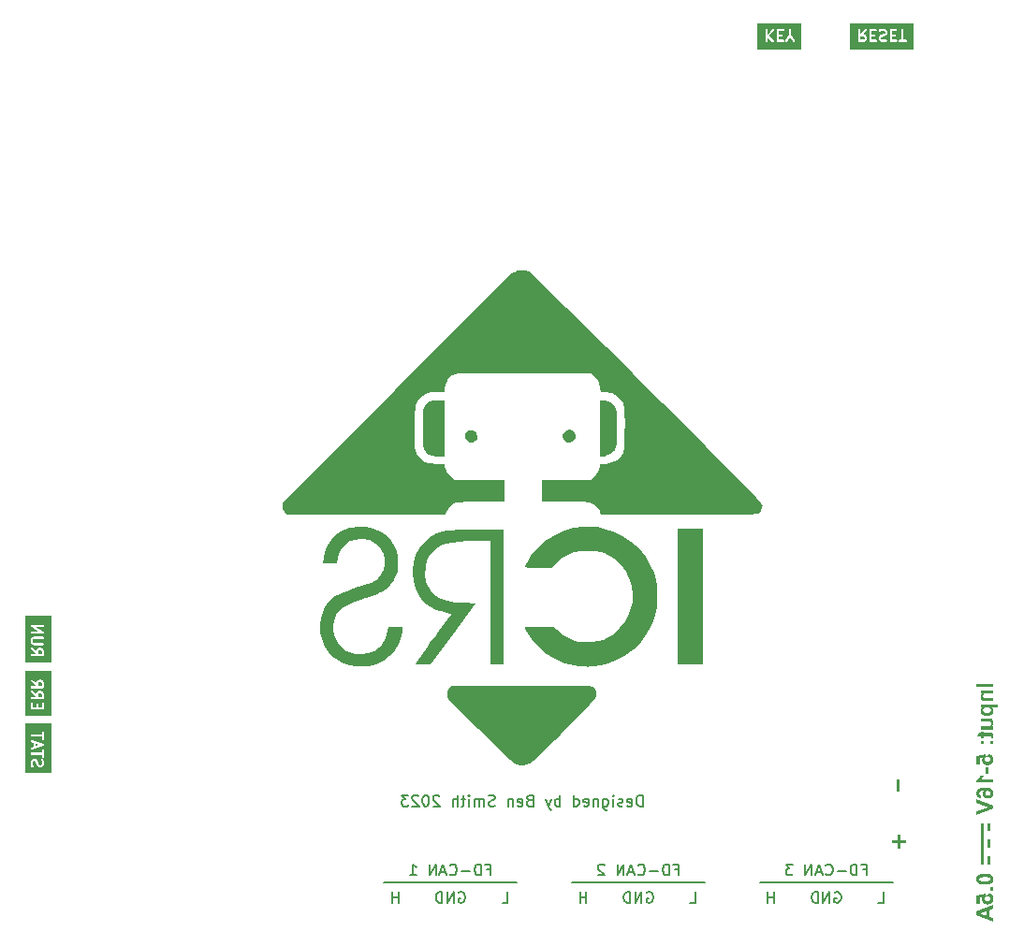
<source format=gbr>
%TF.GenerationSoftware,KiCad,Pcbnew,7.0.1*%
%TF.CreationDate,2023-07-13T18:43:16+01:00*%
%TF.ProjectId,Gateway Board,47617465-7761-4792-9042-6f6172642e6b,rev?*%
%TF.SameCoordinates,Original*%
%TF.FileFunction,Legend,Bot*%
%TF.FilePolarity,Positive*%
%FSLAX46Y46*%
G04 Gerber Fmt 4.6, Leading zero omitted, Abs format (unit mm)*
G04 Created by KiCad (PCBNEW 7.0.1) date 2023-07-13 18:43:16*
%MOMM*%
%LPD*%
G01*
G04 APERTURE LIST*
%ADD10C,0.150000*%
%ADD11C,0.200000*%
%ADD12C,0.300000*%
%ADD13C,0.500000*%
G04 APERTURE END LIST*
D10*
X167000000Y-133250000D02*
X179000000Y-133250000D01*
X133000000Y-133250000D02*
X145000000Y-133250000D01*
X150000000Y-133250000D02*
X162000000Y-133250000D01*
D11*
G36*
X170723809Y-57942857D02*
G01*
X166776190Y-57942857D01*
X166776190Y-56543517D01*
X167503186Y-56543517D01*
X167507143Y-56561705D01*
X167507143Y-57136759D01*
X167519466Y-57178727D01*
X167563848Y-57217184D01*
X167621975Y-57225541D01*
X167675394Y-57201146D01*
X167707143Y-57151743D01*
X167707143Y-56792373D01*
X168118028Y-57203258D01*
X168156417Y-57224220D01*
X168214993Y-57220031D01*
X168262004Y-57184838D01*
X168279769Y-57137212D01*
X168503982Y-57137212D01*
X168513208Y-57157415D01*
X168519466Y-57178727D01*
X168525216Y-57183709D01*
X168528377Y-57190631D01*
X168547062Y-57202639D01*
X168563848Y-57217184D01*
X168571379Y-57218266D01*
X168577780Y-57222380D01*
X168599989Y-57222380D01*
X168621975Y-57225541D01*
X168628897Y-57222380D01*
X169097712Y-57222380D01*
X169139680Y-57210057D01*
X169178137Y-57165675D01*
X169184295Y-57122846D01*
X169264827Y-57122846D01*
X169281624Y-57179118D01*
X169326177Y-57217376D01*
X169384341Y-57225474D01*
X169437650Y-57200840D01*
X169702381Y-56784833D01*
X169959068Y-57188199D01*
X169991996Y-57216990D01*
X170050086Y-57225607D01*
X170103612Y-57201450D01*
X170135582Y-57152190D01*
X170135845Y-57093465D01*
X169802381Y-56569451D01*
X169802381Y-56108001D01*
X169790058Y-56066033D01*
X169745676Y-56027576D01*
X169687549Y-56019219D01*
X169634130Y-56043614D01*
X169602381Y-56093017D01*
X169602381Y-56569451D01*
X169276962Y-57080823D01*
X169264827Y-57122846D01*
X169184295Y-57122846D01*
X169186494Y-57107548D01*
X169162099Y-57054129D01*
X169112696Y-57022380D01*
X168707143Y-57022380D01*
X168707143Y-56746190D01*
X168954855Y-56746190D01*
X168996823Y-56733867D01*
X169035280Y-56689485D01*
X169043637Y-56631358D01*
X169019242Y-56577939D01*
X168969839Y-56546190D01*
X168707143Y-56546190D01*
X168707143Y-56222380D01*
X169097712Y-56222380D01*
X169139680Y-56210057D01*
X169178137Y-56165675D01*
X169186494Y-56107548D01*
X169162099Y-56054129D01*
X169112696Y-56022380D01*
X168614297Y-56022380D01*
X168592311Y-56019219D01*
X168572107Y-56028445D01*
X168550796Y-56034703D01*
X168545813Y-56040453D01*
X168538892Y-56043614D01*
X168526883Y-56062299D01*
X168512339Y-56079085D01*
X168511256Y-56086616D01*
X168507143Y-56093017D01*
X168507143Y-56115226D01*
X168503982Y-56137212D01*
X168507143Y-56144134D01*
X168507143Y-56639036D01*
X168503982Y-56661022D01*
X168507143Y-56667944D01*
X168507143Y-57115226D01*
X168503982Y-57137212D01*
X168279769Y-57137212D01*
X168282528Y-57129815D01*
X168270044Y-57072432D01*
X167882037Y-56684425D01*
X168267199Y-56170877D01*
X168282521Y-56129908D01*
X168270089Y-56072514D01*
X168228602Y-56030952D01*
X168171230Y-56018416D01*
X168116189Y-56038889D01*
X167739180Y-56541568D01*
X167707143Y-56509531D01*
X167707143Y-56108001D01*
X167694820Y-56066033D01*
X167650438Y-56027576D01*
X167592311Y-56019219D01*
X167538892Y-56043614D01*
X167507143Y-56093017D01*
X167507143Y-56532908D01*
X167503186Y-56543517D01*
X166776190Y-56543517D01*
X166776190Y-55557143D01*
X170723809Y-55557143D01*
X170723809Y-57942857D01*
G37*
X151285713Y-135127619D02*
X151285713Y-134127619D01*
X151285713Y-134603809D02*
X150714285Y-134603809D01*
X150714285Y-135127619D02*
X150714285Y-134127619D01*
X173761904Y-134175238D02*
X173857142Y-134127619D01*
X173857142Y-134127619D02*
X173999999Y-134127619D01*
X173999999Y-134127619D02*
X174142856Y-134175238D01*
X174142856Y-134175238D02*
X174238094Y-134270476D01*
X174238094Y-134270476D02*
X174285713Y-134365714D01*
X174285713Y-134365714D02*
X174333332Y-134556190D01*
X174333332Y-134556190D02*
X174333332Y-134699047D01*
X174333332Y-134699047D02*
X174285713Y-134889523D01*
X174285713Y-134889523D02*
X174238094Y-134984761D01*
X174238094Y-134984761D02*
X174142856Y-135080000D01*
X174142856Y-135080000D02*
X173999999Y-135127619D01*
X173999999Y-135127619D02*
X173904761Y-135127619D01*
X173904761Y-135127619D02*
X173761904Y-135080000D01*
X173761904Y-135080000D02*
X173714285Y-135032380D01*
X173714285Y-135032380D02*
X173714285Y-134699047D01*
X173714285Y-134699047D02*
X173904761Y-134699047D01*
X173285713Y-135127619D02*
X173285713Y-134127619D01*
X173285713Y-134127619D02*
X172714285Y-135127619D01*
X172714285Y-135127619D02*
X172714285Y-134127619D01*
X172238094Y-135127619D02*
X172238094Y-134127619D01*
X172238094Y-134127619D02*
X171999999Y-134127619D01*
X171999999Y-134127619D02*
X171857142Y-134175238D01*
X171857142Y-134175238D02*
X171761904Y-134270476D01*
X171761904Y-134270476D02*
X171714285Y-134365714D01*
X171714285Y-134365714D02*
X171666666Y-134556190D01*
X171666666Y-134556190D02*
X171666666Y-134699047D01*
X171666666Y-134699047D02*
X171714285Y-134889523D01*
X171714285Y-134889523D02*
X171761904Y-134984761D01*
X171761904Y-134984761D02*
X171857142Y-135080000D01*
X171857142Y-135080000D02*
X171999999Y-135127619D01*
X171999999Y-135127619D02*
X172238094Y-135127619D01*
D12*
G36*
X188085000Y-115284347D02*
G01*
X186560924Y-115284347D01*
X186560924Y-115589162D01*
X188085000Y-115589162D01*
X188085000Y-115284347D01*
G37*
G36*
X188085000Y-116869972D02*
G01*
X188085000Y-116580544D01*
X187516036Y-116580544D01*
X187493957Y-116580471D01*
X187472873Y-116580252D01*
X187452786Y-116579887D01*
X187433695Y-116579376D01*
X187415600Y-116578719D01*
X187398502Y-116577916D01*
X187382399Y-116576967D01*
X187367292Y-116575873D01*
X187346499Y-116573957D01*
X187327948Y-116571712D01*
X187311637Y-116569140D01*
X187293376Y-116565198D01*
X187282295Y-116561859D01*
X187266276Y-116555562D01*
X187251419Y-116548121D01*
X187237725Y-116539534D01*
X187225194Y-116529802D01*
X187213826Y-116518926D01*
X187203620Y-116506905D01*
X187199863Y-116501775D01*
X187191420Y-116488312D01*
X187184407Y-116474026D01*
X187178826Y-116458917D01*
X187174676Y-116442985D01*
X187171957Y-116426231D01*
X187170669Y-116408653D01*
X187170554Y-116401392D01*
X187171213Y-116382770D01*
X187173188Y-116364641D01*
X187176479Y-116347004D01*
X187181087Y-116329859D01*
X187187012Y-116313207D01*
X187194253Y-116297047D01*
X187202812Y-116281379D01*
X187212686Y-116266203D01*
X187223563Y-116251858D01*
X187235309Y-116238680D01*
X187247926Y-116226670D01*
X187261413Y-116215828D01*
X187275770Y-116206154D01*
X187290997Y-116197647D01*
X187307094Y-116190309D01*
X187324061Y-116184138D01*
X187343209Y-116178986D01*
X187359982Y-116175572D01*
X187378822Y-116172546D01*
X187399730Y-116169905D01*
X187414817Y-116168360D01*
X187430822Y-116166986D01*
X187447746Y-116165784D01*
X187465590Y-116164753D01*
X187484351Y-116163895D01*
X187504032Y-116163208D01*
X187524631Y-116162692D01*
X187546150Y-116162349D01*
X187568587Y-116162177D01*
X187580150Y-116162156D01*
X188085000Y-116162156D01*
X188085000Y-115872728D01*
X186982976Y-115872728D01*
X186982976Y-116141639D01*
X187143810Y-116141639D01*
X187121494Y-116159835D01*
X187100619Y-116178608D01*
X187081183Y-116197959D01*
X187063187Y-116217889D01*
X187046630Y-116238397D01*
X187031513Y-116259483D01*
X187017836Y-116281147D01*
X187005599Y-116303389D01*
X186994801Y-116326210D01*
X186985443Y-116349608D01*
X186977525Y-116373585D01*
X186971046Y-116398140D01*
X186966007Y-116423273D01*
X186962408Y-116448985D01*
X186960248Y-116475274D01*
X186959528Y-116502142D01*
X186959834Y-116519991D01*
X186960752Y-116537545D01*
X186962282Y-116554802D01*
X186964423Y-116571763D01*
X186967176Y-116588427D01*
X186970541Y-116604795D01*
X186974518Y-116620867D01*
X186979106Y-116636643D01*
X186984306Y-116652123D01*
X186990118Y-116667306D01*
X186994333Y-116677264D01*
X187001026Y-116691829D01*
X187008055Y-116705712D01*
X187015418Y-116718911D01*
X187023116Y-116731429D01*
X187033900Y-116747056D01*
X187045281Y-116761471D01*
X187057256Y-116774671D01*
X187069827Y-116786658D01*
X187082993Y-116797431D01*
X187096686Y-116807209D01*
X187110837Y-116816208D01*
X187125446Y-116824428D01*
X187140512Y-116831870D01*
X187156037Y-116838533D01*
X187172020Y-116844418D01*
X187188460Y-116849524D01*
X187205359Y-116853852D01*
X187223322Y-116857630D01*
X187238012Y-116860133D01*
X187253745Y-116862352D01*
X187270521Y-116864289D01*
X187288340Y-116865942D01*
X187307203Y-116867311D01*
X187327109Y-116868397D01*
X187348058Y-116869200D01*
X187370051Y-116869720D01*
X187385292Y-116869909D01*
X187400997Y-116869972D01*
X188085000Y-116869972D01*
G37*
G36*
X188507051Y-117438203D02*
G01*
X187948712Y-117438203D01*
X187959457Y-117448339D01*
X187974823Y-117463431D01*
X187989287Y-117478388D01*
X188002849Y-117493210D01*
X188015511Y-117507896D01*
X188027270Y-117522447D01*
X188038128Y-117536863D01*
X188048084Y-117551144D01*
X188057139Y-117565289D01*
X188065292Y-117579300D01*
X188072543Y-117593175D01*
X188076891Y-117602490D01*
X188082886Y-117616704D01*
X188088251Y-117631208D01*
X188092984Y-117646002D01*
X188097087Y-117661085D01*
X188100558Y-117676458D01*
X188103398Y-117692122D01*
X188105607Y-117708075D01*
X188107185Y-117724317D01*
X188108131Y-117740850D01*
X188108447Y-117757672D01*
X188107851Y-117781308D01*
X188106065Y-117804498D01*
X188103089Y-117827241D01*
X188098921Y-117849538D01*
X188093563Y-117871388D01*
X188087015Y-117892792D01*
X188079275Y-117913749D01*
X188070345Y-117934260D01*
X188060224Y-117954324D01*
X188048913Y-117973942D01*
X188036410Y-117993113D01*
X188022718Y-118011837D01*
X188007834Y-118030116D01*
X187991760Y-118047947D01*
X187974495Y-118065332D01*
X187956039Y-118082271D01*
X187936463Y-118098508D01*
X187915928Y-118113698D01*
X187894434Y-118127840D01*
X187871982Y-118140935D01*
X187848570Y-118152982D01*
X187824200Y-118163982D01*
X187798870Y-118173934D01*
X187772582Y-118182838D01*
X187745335Y-118190695D01*
X187717130Y-118197504D01*
X187702667Y-118200516D01*
X187687965Y-118203266D01*
X187673023Y-118205754D01*
X187657842Y-118207980D01*
X187642420Y-118209944D01*
X187626759Y-118211646D01*
X187610859Y-118213087D01*
X187594718Y-118214265D01*
X187578338Y-118215182D01*
X187561718Y-118215836D01*
X187544859Y-118216229D01*
X187527759Y-118216360D01*
X187511114Y-118216230D01*
X187494699Y-118215841D01*
X187478516Y-118215191D01*
X187462564Y-118214282D01*
X187446843Y-118213113D01*
X187431353Y-118211685D01*
X187416094Y-118209996D01*
X187401066Y-118208048D01*
X187386269Y-118205841D01*
X187371704Y-118203373D01*
X187343266Y-118197659D01*
X187315753Y-118190905D01*
X187289165Y-118183113D01*
X187263501Y-118174281D01*
X187238761Y-118164411D01*
X187214946Y-118153502D01*
X187192055Y-118141553D01*
X187170089Y-118128566D01*
X187149048Y-118114540D01*
X187128930Y-118099474D01*
X187109738Y-118083370D01*
X187091548Y-118066522D01*
X187074532Y-118049224D01*
X187058690Y-118031477D01*
X187044021Y-118013280D01*
X187030526Y-117994634D01*
X187018204Y-117975539D01*
X187007056Y-117955994D01*
X186997081Y-117936000D01*
X186988279Y-117915557D01*
X186980652Y-117894664D01*
X186974197Y-117873322D01*
X186968917Y-117851530D01*
X186964809Y-117829289D01*
X186961875Y-117806599D01*
X186960115Y-117783459D01*
X186959528Y-117759870D01*
X186959727Y-117746299D01*
X186960772Y-117726227D01*
X186962711Y-117706496D01*
X186965546Y-117687106D01*
X186966650Y-117681468D01*
X187170554Y-117681468D01*
X187170901Y-117694071D01*
X187172719Y-117712491D01*
X187176096Y-117730332D01*
X187181031Y-117747594D01*
X187187524Y-117764275D01*
X187195577Y-117780377D01*
X187205187Y-117795900D01*
X187216356Y-117810843D01*
X187229084Y-117825206D01*
X187243370Y-117838990D01*
X187259214Y-117852194D01*
X187264825Y-117856454D01*
X187282765Y-117868423D01*
X187295648Y-117875726D01*
X187309269Y-117882488D01*
X187323629Y-117888709D01*
X187338727Y-117894389D01*
X187354564Y-117899528D01*
X187371139Y-117904126D01*
X187388452Y-117908184D01*
X187406504Y-117911700D01*
X187425295Y-117914675D01*
X187444824Y-117917109D01*
X187465091Y-117919003D01*
X187486097Y-117920355D01*
X187507841Y-117921167D01*
X187530324Y-117921437D01*
X187554349Y-117921175D01*
X187577516Y-117920389D01*
X187599824Y-117919080D01*
X187621274Y-117917247D01*
X187641865Y-117914890D01*
X187661597Y-117912009D01*
X187680470Y-117908604D01*
X187698485Y-117904676D01*
X187715641Y-117900224D01*
X187731939Y-117895248D01*
X187747378Y-117889748D01*
X187761958Y-117883724D01*
X187775679Y-117877177D01*
X187794652Y-117866374D01*
X187811692Y-117854392D01*
X187822073Y-117845923D01*
X187836389Y-117832715D01*
X187849198Y-117818901D01*
X187860500Y-117804482D01*
X187870296Y-117789457D01*
X187878584Y-117773827D01*
X187885365Y-117757592D01*
X187890640Y-117740751D01*
X187894407Y-117723306D01*
X187896668Y-117705254D01*
X187897421Y-117686598D01*
X187897056Y-117673579D01*
X187895140Y-117654517D01*
X187891582Y-117636016D01*
X187886382Y-117618076D01*
X187879539Y-117600695D01*
X187871055Y-117583875D01*
X187860928Y-117567615D01*
X187849159Y-117551915D01*
X187835747Y-117536776D01*
X187820694Y-117522197D01*
X187803998Y-117508178D01*
X187791921Y-117499350D01*
X187779045Y-117491091D01*
X187765371Y-117483401D01*
X187750898Y-117476282D01*
X187735627Y-117469731D01*
X187719557Y-117463751D01*
X187702688Y-117458340D01*
X187685021Y-117453498D01*
X187666556Y-117449226D01*
X187647292Y-117445524D01*
X187627229Y-117442391D01*
X187606367Y-117439828D01*
X187584708Y-117437835D01*
X187562249Y-117436411D01*
X187538992Y-117435556D01*
X187514937Y-117435272D01*
X187493924Y-117435545D01*
X187473566Y-117436365D01*
X187453864Y-117437732D01*
X187434817Y-117439645D01*
X187416426Y-117442105D01*
X187398690Y-117445112D01*
X187381610Y-117448665D01*
X187365185Y-117452766D01*
X187349416Y-117457412D01*
X187334302Y-117462606D01*
X187319843Y-117468346D01*
X187306040Y-117474633D01*
X187292893Y-117481466D01*
X187274400Y-117492742D01*
X187257383Y-117505247D01*
X187246868Y-117514136D01*
X187232369Y-117528000D01*
X187219395Y-117542502D01*
X187207948Y-117557641D01*
X187198027Y-117573418D01*
X187189633Y-117589833D01*
X187182765Y-117606885D01*
X187177423Y-117624574D01*
X187173607Y-117642901D01*
X187171317Y-117661866D01*
X187170554Y-117681468D01*
X186966650Y-117681468D01*
X186969276Y-117668058D01*
X186973901Y-117649350D01*
X186979421Y-117630985D01*
X186985836Y-117612960D01*
X186993147Y-117595277D01*
X187001352Y-117577935D01*
X187010453Y-117560935D01*
X187016942Y-117549861D01*
X187027136Y-117533797D01*
X187037885Y-117518391D01*
X187049187Y-117503641D01*
X187061043Y-117489548D01*
X187073453Y-117476112D01*
X187086416Y-117463333D01*
X187099934Y-117451211D01*
X187114005Y-117439745D01*
X187128631Y-117428937D01*
X187143810Y-117418785D01*
X186982976Y-117418785D01*
X186982976Y-117148775D01*
X188507051Y-117148775D01*
X188507051Y-117438203D01*
G37*
G36*
X188085000Y-119159382D02*
G01*
X187921235Y-119159382D01*
X187937321Y-119147853D01*
X187952743Y-119135661D01*
X187967503Y-119122806D01*
X187981599Y-119109287D01*
X187995032Y-119095105D01*
X188007801Y-119080260D01*
X188019907Y-119064752D01*
X188031350Y-119048580D01*
X188042130Y-119031744D01*
X188052246Y-119014246D01*
X188058621Y-119002212D01*
X188067526Y-118983908D01*
X188075554Y-118965405D01*
X188082707Y-118946702D01*
X188088984Y-118927800D01*
X188094385Y-118908698D01*
X188098910Y-118889396D01*
X188102559Y-118869894D01*
X188105333Y-118850193D01*
X188107230Y-118830293D01*
X188108252Y-118810192D01*
X188108447Y-118796681D01*
X188108019Y-118776270D01*
X188106734Y-118756251D01*
X188104592Y-118736625D01*
X188101595Y-118717392D01*
X188097740Y-118698552D01*
X188093029Y-118680104D01*
X188087462Y-118662050D01*
X188081038Y-118644388D01*
X188073758Y-118627119D01*
X188065621Y-118610243D01*
X188059720Y-118599211D01*
X188050240Y-118583218D01*
X188040070Y-118568076D01*
X188029211Y-118553783D01*
X188017663Y-118540341D01*
X188005426Y-118527748D01*
X187992500Y-118516006D01*
X187978884Y-118505114D01*
X187964580Y-118495072D01*
X187949587Y-118485880D01*
X187933904Y-118477538D01*
X187923066Y-118472449D01*
X187905922Y-118465443D01*
X187887599Y-118459127D01*
X187868098Y-118453499D01*
X187847418Y-118448561D01*
X187832977Y-118445651D01*
X187818012Y-118443048D01*
X187802523Y-118440751D01*
X187786510Y-118438761D01*
X187769973Y-118437076D01*
X187752913Y-118435698D01*
X187735329Y-118434626D01*
X187717221Y-118433860D01*
X187698590Y-118433401D01*
X187679434Y-118433248D01*
X186982976Y-118433248D01*
X186982976Y-118722676D01*
X187494787Y-118722676D01*
X187523432Y-118722737D01*
X187550657Y-118722922D01*
X187576463Y-118723230D01*
X187600849Y-118723660D01*
X187623816Y-118724214D01*
X187645362Y-118724891D01*
X187665490Y-118725691D01*
X187684197Y-118726614D01*
X187701485Y-118727660D01*
X187717353Y-118728829D01*
X187738493Y-118730814D01*
X187756439Y-118733076D01*
X187771191Y-118735614D01*
X187782749Y-118738429D01*
X187798708Y-118744102D01*
X187813611Y-118751045D01*
X187827459Y-118759257D01*
X187840251Y-118768740D01*
X187851988Y-118779493D01*
X187862669Y-118791516D01*
X187866646Y-118796681D01*
X187875512Y-118810508D01*
X187882875Y-118825425D01*
X187888736Y-118841434D01*
X187893093Y-118858534D01*
X187895498Y-118873000D01*
X187896940Y-118888164D01*
X187897421Y-118904026D01*
X187896774Y-118922287D01*
X187894834Y-118940067D01*
X187891599Y-118957366D01*
X187887071Y-118974185D01*
X187881249Y-118990522D01*
X187874134Y-119006379D01*
X187865725Y-119021755D01*
X187856022Y-119036650D01*
X187845363Y-119050812D01*
X187834086Y-119063807D01*
X187822190Y-119075633D01*
X187809677Y-119086292D01*
X187796545Y-119095783D01*
X187782795Y-119104107D01*
X187768426Y-119111262D01*
X187753440Y-119117250D01*
X187735276Y-119122316D01*
X187718009Y-119125672D01*
X187697619Y-119128649D01*
X187682291Y-119130422D01*
X187665574Y-119132026D01*
X187647469Y-119133462D01*
X187627976Y-119134728D01*
X187607094Y-119135826D01*
X187584825Y-119136755D01*
X187561167Y-119137515D01*
X187536121Y-119138106D01*
X187509687Y-119138528D01*
X187481865Y-119138781D01*
X187452655Y-119138866D01*
X186982976Y-119138866D01*
X186982976Y-119428293D01*
X188085000Y-119428293D01*
X188085000Y-119159382D01*
G37*
G36*
X186982976Y-120223304D02*
G01*
X187194002Y-120223304D01*
X187194002Y-120025467D01*
X187672473Y-120025467D01*
X187690180Y-120025489D01*
X187706940Y-120025553D01*
X187722753Y-120025660D01*
X187737617Y-120025811D01*
X187758139Y-120026116D01*
X187776528Y-120026519D01*
X187792786Y-120027018D01*
X187811147Y-120027834D01*
X187828769Y-120029095D01*
X187842100Y-120030963D01*
X187856390Y-120036021D01*
X187869033Y-120043871D01*
X187880032Y-120054511D01*
X187882034Y-120056974D01*
X187890148Y-120070391D01*
X187895257Y-120085453D01*
X187897286Y-120100417D01*
X187897421Y-120105701D01*
X187896442Y-120122076D01*
X187894131Y-120137650D01*
X187890460Y-120154977D01*
X187886545Y-120170101D01*
X187881759Y-120186347D01*
X187876103Y-120203715D01*
X187869577Y-120222205D01*
X188070345Y-120247117D01*
X188077154Y-120227926D01*
X188083294Y-120208271D01*
X188088763Y-120188153D01*
X188093563Y-120167571D01*
X188097693Y-120146525D01*
X188101154Y-120125015D01*
X188103089Y-120110418D01*
X188104726Y-120095614D01*
X188106065Y-120080605D01*
X188107107Y-120065389D01*
X188107851Y-120049968D01*
X188108298Y-120034340D01*
X188108447Y-120018506D01*
X188108023Y-119999146D01*
X188106752Y-119980267D01*
X188104634Y-119961869D01*
X188101669Y-119943951D01*
X188097857Y-119926514D01*
X188093197Y-119909559D01*
X188087690Y-119893084D01*
X188081336Y-119877090D01*
X188074312Y-119861943D01*
X188066796Y-119847826D01*
X188058787Y-119834740D01*
X188050286Y-119822684D01*
X188038968Y-119809064D01*
X188026881Y-119797053D01*
X188014024Y-119786653D01*
X188011360Y-119784766D01*
X187997223Y-119776045D01*
X187981600Y-119768201D01*
X187968033Y-119762556D01*
X187953516Y-119757473D01*
X187938049Y-119752951D01*
X187921631Y-119748989D01*
X187904263Y-119745589D01*
X187895223Y-119744099D01*
X187880563Y-119741953D01*
X187862593Y-119740092D01*
X187846945Y-119738885D01*
X187829436Y-119737838D01*
X187810066Y-119736953D01*
X187788834Y-119736228D01*
X187773646Y-119735835D01*
X187757630Y-119735513D01*
X187740787Y-119735262D01*
X187723117Y-119735083D01*
X187704620Y-119734976D01*
X187685296Y-119734940D01*
X187194002Y-119734940D01*
X187194002Y-119601950D01*
X186982976Y-119601950D01*
X186982976Y-119734940D01*
X186771950Y-119734940D01*
X186607819Y-120025467D01*
X186982976Y-120025467D01*
X186982976Y-120223304D01*
G37*
G36*
X187264344Y-120476095D02*
G01*
X186982976Y-120476095D01*
X186982976Y-120765889D01*
X187264344Y-120765889D01*
X187264344Y-120476095D01*
G37*
G36*
X188085000Y-120476095D02*
G01*
X187803632Y-120476095D01*
X187803632Y-120765889D01*
X188085000Y-120765889D01*
X188085000Y-120476095D01*
G37*
G36*
X187649026Y-121645163D02*
G01*
X187616053Y-121933492D01*
X187635925Y-121936253D01*
X187655011Y-121939863D01*
X187673311Y-121944324D01*
X187690826Y-121949635D01*
X187707555Y-121955796D01*
X187723498Y-121962807D01*
X187738656Y-121970668D01*
X187753028Y-121979379D01*
X187766614Y-121988941D01*
X187779414Y-121999352D01*
X187787512Y-122006765D01*
X187798773Y-122018329D01*
X187808927Y-122030215D01*
X187817973Y-122042423D01*
X187825911Y-122054953D01*
X187834773Y-122072161D01*
X187841665Y-122089941D01*
X187846588Y-122108294D01*
X187849542Y-122127219D01*
X187850526Y-122146716D01*
X187849947Y-122163504D01*
X187848208Y-122179796D01*
X187845310Y-122195593D01*
X187841253Y-122210893D01*
X187836036Y-122225697D01*
X187829661Y-122240006D01*
X187822126Y-122253819D01*
X187813432Y-122267136D01*
X187803579Y-122279956D01*
X187792566Y-122292282D01*
X187784581Y-122300223D01*
X187771558Y-122311484D01*
X187757357Y-122321638D01*
X187741977Y-122330684D01*
X187725419Y-122338622D01*
X187707682Y-122345453D01*
X187688767Y-122351176D01*
X187668673Y-122355791D01*
X187647400Y-122359299D01*
X187632564Y-122361022D01*
X187617204Y-122362253D01*
X187601320Y-122362991D01*
X187584912Y-122363237D01*
X187569496Y-122362994D01*
X187554573Y-122362264D01*
X187533110Y-122360257D01*
X187512756Y-122357155D01*
X187493509Y-122352959D01*
X187475369Y-122347667D01*
X187458338Y-122341281D01*
X187442414Y-122333800D01*
X187427597Y-122325224D01*
X187413889Y-122315553D01*
X187401288Y-122304787D01*
X187397334Y-122300956D01*
X187386138Y-122288946D01*
X187376043Y-122276273D01*
X187367050Y-122262937D01*
X187359157Y-122248938D01*
X187352366Y-122234275D01*
X187346677Y-122218949D01*
X187342088Y-122202959D01*
X187338601Y-122186306D01*
X187336215Y-122168990D01*
X187334930Y-122151011D01*
X187334685Y-122138656D01*
X187335143Y-122123186D01*
X187336517Y-122107916D01*
X187338807Y-122092846D01*
X187342013Y-122077977D01*
X187346134Y-122063308D01*
X187351172Y-122048840D01*
X187357125Y-122034572D01*
X187363995Y-122020504D01*
X187371780Y-122006636D01*
X187380481Y-121992969D01*
X187390098Y-121979502D01*
X187400631Y-121966236D01*
X187412080Y-121953170D01*
X187424445Y-121940304D01*
X187437725Y-121927639D01*
X187451922Y-121915174D01*
X187415652Y-121680334D01*
X186584371Y-121828712D01*
X186584371Y-122594047D01*
X186865739Y-122594047D01*
X186865739Y-122048164D01*
X187130254Y-122002735D01*
X187120695Y-122020909D01*
X187112076Y-122039160D01*
X187104398Y-122057488D01*
X187097659Y-122075893D01*
X187091861Y-122094376D01*
X187087003Y-122112936D01*
X187083086Y-122131574D01*
X187080108Y-122150288D01*
X187078071Y-122169080D01*
X187076974Y-122187949D01*
X187076765Y-122200572D01*
X187077310Y-122224430D01*
X187078946Y-122247827D01*
X187081672Y-122270763D01*
X187085489Y-122293239D01*
X187090396Y-122315254D01*
X187096394Y-122336808D01*
X187103482Y-122357901D01*
X187111661Y-122378533D01*
X187120931Y-122398705D01*
X187131290Y-122418415D01*
X187142741Y-122437665D01*
X187155281Y-122456454D01*
X187168913Y-122474783D01*
X187183635Y-122492650D01*
X187199447Y-122510057D01*
X187216350Y-122527002D01*
X187234078Y-122543240D01*
X187252460Y-122558429D01*
X187271493Y-122572572D01*
X187291180Y-122585666D01*
X187311519Y-122597713D01*
X187332510Y-122608713D01*
X187354154Y-122618665D01*
X187376451Y-122627569D01*
X187399400Y-122635426D01*
X187423002Y-122642235D01*
X187447257Y-122647997D01*
X187472164Y-122652711D01*
X187497723Y-122656378D01*
X187523936Y-122658996D01*
X187550800Y-122660568D01*
X187578318Y-122661092D01*
X187601336Y-122660669D01*
X187624045Y-122659403D01*
X187646444Y-122657292D01*
X187668535Y-122654337D01*
X187690316Y-122650537D01*
X187711789Y-122645893D01*
X187732952Y-122640405D01*
X187753806Y-122634072D01*
X187774351Y-122626895D01*
X187794587Y-122618874D01*
X187814514Y-122610008D01*
X187834132Y-122600298D01*
X187853440Y-122589744D01*
X187872440Y-122578345D01*
X187891130Y-122566102D01*
X187909511Y-122553014D01*
X187921750Y-122543697D01*
X187933601Y-122534156D01*
X187945063Y-122524392D01*
X187956137Y-122514403D01*
X187966822Y-122504190D01*
X187977118Y-122493753D01*
X187996545Y-122472208D01*
X188014419Y-122449767D01*
X188030738Y-122426430D01*
X188045502Y-122402197D01*
X188058713Y-122377068D01*
X188070369Y-122351043D01*
X188080471Y-122324122D01*
X188089019Y-122296306D01*
X188092711Y-122282062D01*
X188096013Y-122267593D01*
X188098927Y-122252901D01*
X188101453Y-122237985D01*
X188103590Y-122222845D01*
X188105338Y-122207481D01*
X188106698Y-122191893D01*
X188107670Y-122176081D01*
X188108253Y-122160045D01*
X188108447Y-122143785D01*
X188107960Y-122117938D01*
X188106501Y-122092695D01*
X188104068Y-122068055D01*
X188100662Y-122044020D01*
X188096282Y-122020588D01*
X188090930Y-121997760D01*
X188084605Y-121975537D01*
X188077306Y-121953917D01*
X188069034Y-121932901D01*
X188059789Y-121912489D01*
X188049571Y-121892681D01*
X188038380Y-121873477D01*
X188026215Y-121854877D01*
X188013078Y-121836881D01*
X187998967Y-121819488D01*
X187983883Y-121802700D01*
X187967978Y-121786629D01*
X187951402Y-121771387D01*
X187934158Y-121756976D01*
X187916243Y-121743395D01*
X187897659Y-121730644D01*
X187878404Y-121718723D01*
X187858480Y-121707631D01*
X187837887Y-121697370D01*
X187816623Y-121687939D01*
X187794690Y-121679338D01*
X187772087Y-121671567D01*
X187748814Y-121664627D01*
X187724872Y-121658516D01*
X187700260Y-121653235D01*
X187674978Y-121648784D01*
X187649026Y-121645163D01*
G37*
G36*
X187686395Y-122837679D02*
G01*
X187428475Y-122837679D01*
X187428475Y-123406643D01*
X187686395Y-123406643D01*
X187686395Y-122837679D01*
G37*
G36*
X188085000Y-124248914D02*
G01*
X188085000Y-123959487D01*
X186982243Y-123959487D01*
X187001795Y-123939435D01*
X187020700Y-123918940D01*
X187038958Y-123898002D01*
X187056569Y-123876620D01*
X187073534Y-123854794D01*
X187089851Y-123832524D01*
X187105522Y-123809811D01*
X187120546Y-123786654D01*
X187134922Y-123763054D01*
X187148653Y-123739010D01*
X187161736Y-123714522D01*
X187174172Y-123689591D01*
X187185962Y-123664216D01*
X187197104Y-123638397D01*
X187207600Y-123612135D01*
X187217449Y-123585429D01*
X186936081Y-123585429D01*
X186931293Y-123599657D01*
X186925995Y-123614039D01*
X186920187Y-123628577D01*
X186913870Y-123643268D01*
X186907044Y-123658115D01*
X186899708Y-123673116D01*
X186891863Y-123688271D01*
X186883508Y-123703581D01*
X186874644Y-123719046D01*
X186865270Y-123734665D01*
X186855387Y-123750439D01*
X186844994Y-123766367D01*
X186834092Y-123782450D01*
X186822680Y-123798687D01*
X186810759Y-123815079D01*
X186798328Y-123831625D01*
X186785465Y-123847923D01*
X186772339Y-123863568D01*
X186758950Y-123878560D01*
X186745297Y-123892900D01*
X186731381Y-123906587D01*
X186717201Y-123919622D01*
X186702759Y-123932004D01*
X186688053Y-123943733D01*
X186673083Y-123954810D01*
X186657850Y-123965234D01*
X186642354Y-123975006D01*
X186626595Y-123984125D01*
X186610572Y-123992591D01*
X186594286Y-124000405D01*
X186577737Y-124007566D01*
X186560924Y-124014075D01*
X186560924Y-124248914D01*
X188085000Y-124248914D01*
G37*
G36*
X187370847Y-124676239D02*
G01*
X187395573Y-124676670D01*
X187419854Y-124677390D01*
X187443690Y-124678396D01*
X187467081Y-124679691D01*
X187490027Y-124681273D01*
X187512527Y-124683143D01*
X187534583Y-124685300D01*
X187556193Y-124687745D01*
X187577359Y-124690478D01*
X187598079Y-124693498D01*
X187618354Y-124696806D01*
X187638185Y-124700402D01*
X187657570Y-124704285D01*
X187676510Y-124708456D01*
X187695005Y-124712915D01*
X187713055Y-124717661D01*
X187730659Y-124722695D01*
X187747819Y-124728017D01*
X187764534Y-124733626D01*
X187780803Y-124739523D01*
X187796628Y-124745707D01*
X187812007Y-124752179D01*
X187826942Y-124758939D01*
X187841431Y-124765987D01*
X187855475Y-124773322D01*
X187869074Y-124780945D01*
X187882228Y-124788855D01*
X187894937Y-124797053D01*
X187907201Y-124805539D01*
X187930394Y-124823374D01*
X187951955Y-124842102D01*
X187972125Y-124861470D01*
X187990904Y-124881475D01*
X188008292Y-124902119D01*
X188024289Y-124923401D01*
X188038895Y-124945321D01*
X188052110Y-124967880D01*
X188063934Y-124991077D01*
X188074366Y-125014912D01*
X188083408Y-125039385D01*
X188091059Y-125064497D01*
X188097318Y-125090247D01*
X188102187Y-125116635D01*
X188105665Y-125143662D01*
X188107751Y-125171327D01*
X188108447Y-125199630D01*
X188107912Y-125225981D01*
X188106306Y-125251728D01*
X188103630Y-125276871D01*
X188099883Y-125301410D01*
X188095066Y-125325346D01*
X188089178Y-125348677D01*
X188082220Y-125371404D01*
X188074192Y-125393528D01*
X188065093Y-125415048D01*
X188054923Y-125435963D01*
X188043683Y-125456275D01*
X188031373Y-125475983D01*
X188017992Y-125495087D01*
X188003541Y-125513587D01*
X187988019Y-125531483D01*
X187971427Y-125548775D01*
X187953948Y-125565234D01*
X187935769Y-125580631D01*
X187916888Y-125594967D01*
X187897307Y-125608240D01*
X187877023Y-125620452D01*
X187856039Y-125631602D01*
X187834353Y-125641690D01*
X187811967Y-125650716D01*
X187788878Y-125658680D01*
X187765089Y-125665582D01*
X187740598Y-125671422D01*
X187715407Y-125676201D01*
X187689514Y-125679917D01*
X187662919Y-125682572D01*
X187635624Y-125684165D01*
X187607627Y-125684696D01*
X187581191Y-125684191D01*
X187555374Y-125682675D01*
X187530175Y-125680149D01*
X187505594Y-125676613D01*
X187481632Y-125672066D01*
X187458288Y-125666509D01*
X187435562Y-125659942D01*
X187413454Y-125652364D01*
X187391964Y-125643776D01*
X187371093Y-125634178D01*
X187350840Y-125623569D01*
X187331205Y-125611950D01*
X187312188Y-125599320D01*
X187293790Y-125585680D01*
X187276010Y-125571030D01*
X187258848Y-125555369D01*
X187242478Y-125539000D01*
X187227163Y-125522225D01*
X187212905Y-125505043D01*
X187199703Y-125487455D01*
X187187557Y-125469460D01*
X187176468Y-125451059D01*
X187166434Y-125432251D01*
X187157457Y-125413037D01*
X187149536Y-125393416D01*
X187142671Y-125373389D01*
X187136862Y-125352956D01*
X187132109Y-125332116D01*
X187128412Y-125310870D01*
X187125772Y-125289217D01*
X187124188Y-125267158D01*
X187123660Y-125244692D01*
X187124159Y-125224794D01*
X187125657Y-125205308D01*
X187126401Y-125199630D01*
X187381580Y-125199630D01*
X187382092Y-125215587D01*
X187383628Y-125231035D01*
X187386188Y-125245975D01*
X187389772Y-125260406D01*
X187394380Y-125274328D01*
X187402116Y-125292100D01*
X187411673Y-125308967D01*
X187420035Y-125321024D01*
X187429422Y-125332572D01*
X187439832Y-125343611D01*
X187443515Y-125347172D01*
X187455351Y-125357178D01*
X187468365Y-125366166D01*
X187482558Y-125374136D01*
X187497929Y-125381089D01*
X187514479Y-125387025D01*
X187532207Y-125391943D01*
X187551114Y-125395843D01*
X187571199Y-125398726D01*
X187592463Y-125400592D01*
X187607293Y-125401270D01*
X187622648Y-125401496D01*
X187630161Y-125401444D01*
X187651905Y-125400661D01*
X187672459Y-125398937D01*
X187691821Y-125396273D01*
X187709991Y-125392669D01*
X187726970Y-125388124D01*
X187742758Y-125382639D01*
X187757354Y-125376214D01*
X187770759Y-125368849D01*
X187782972Y-125360544D01*
X187797404Y-125348007D01*
X187800672Y-125344638D01*
X187812707Y-125330630D01*
X187823083Y-125315775D01*
X187831798Y-125300073D01*
X187838854Y-125283523D01*
X187844249Y-125266127D01*
X187847984Y-125247883D01*
X187850059Y-125228792D01*
X187850526Y-125213918D01*
X187850273Y-125203549D01*
X187848943Y-125188271D01*
X187846473Y-125173320D01*
X187842864Y-125158698D01*
X187838114Y-125144405D01*
X187832225Y-125130439D01*
X187825196Y-125116803D01*
X187817027Y-125103494D01*
X187807718Y-125090515D01*
X187797269Y-125077863D01*
X187785680Y-125065540D01*
X187772973Y-125053952D01*
X187759306Y-125043503D01*
X187744680Y-125034194D01*
X187729094Y-125026025D01*
X187712548Y-125018995D01*
X187695043Y-125013106D01*
X187676579Y-125008356D01*
X187657155Y-125004747D01*
X187636771Y-125002277D01*
X187615428Y-125000947D01*
X187600666Y-125000694D01*
X187587362Y-125000919D01*
X187568180Y-125002098D01*
X187549924Y-125004289D01*
X187532597Y-125007491D01*
X187516196Y-125011703D01*
X187500723Y-125016927D01*
X187486177Y-125023162D01*
X187472559Y-125030408D01*
X187459868Y-125038666D01*
X187448104Y-125047934D01*
X187437267Y-125058213D01*
X187427316Y-125069292D01*
X187415569Y-125084765D01*
X187405563Y-125101040D01*
X187397297Y-125118116D01*
X187390771Y-125135993D01*
X187385985Y-125154672D01*
X187383538Y-125169207D01*
X187382070Y-125184193D01*
X187381580Y-125199630D01*
X187126401Y-125199630D01*
X187128155Y-125186234D01*
X187131651Y-125167573D01*
X187136146Y-125149323D01*
X187141640Y-125131486D01*
X187148133Y-125114061D01*
X187155625Y-125097048D01*
X187164116Y-125080447D01*
X187173605Y-125064258D01*
X187184094Y-125048481D01*
X187195582Y-125033117D01*
X187208068Y-125018165D01*
X187221553Y-125003625D01*
X187236038Y-124989497D01*
X187251521Y-124975781D01*
X187235210Y-124976857D01*
X187219249Y-124978025D01*
X187203639Y-124979284D01*
X187188380Y-124980635D01*
X187173472Y-124982078D01*
X187144706Y-124985238D01*
X187117343Y-124988764D01*
X187091383Y-124992657D01*
X187066825Y-124996916D01*
X187043670Y-125001541D01*
X187021917Y-125006533D01*
X187001567Y-125011891D01*
X186982619Y-125017615D01*
X186965073Y-125023706D01*
X186948930Y-125030163D01*
X186934190Y-125036987D01*
X186920852Y-125044177D01*
X186903475Y-125055648D01*
X186893227Y-125063681D01*
X186879094Y-125076144D01*
X186866449Y-125089102D01*
X186855292Y-125102556D01*
X186845622Y-125116506D01*
X186837440Y-125130952D01*
X186830746Y-125145894D01*
X186825539Y-125161332D01*
X186821820Y-125177266D01*
X186819588Y-125193695D01*
X186818845Y-125210621D01*
X186819002Y-125219174D01*
X186820261Y-125235672D01*
X186822780Y-125251357D01*
X186826558Y-125266229D01*
X186831596Y-125280288D01*
X186839664Y-125296719D01*
X186849699Y-125311880D01*
X186859145Y-125323094D01*
X186864308Y-125328369D01*
X186875665Y-125338147D01*
X186888397Y-125346894D01*
X186902502Y-125354610D01*
X186917980Y-125361296D01*
X186934833Y-125366952D01*
X186953060Y-125371578D01*
X186967631Y-125374370D01*
X186982976Y-125376584D01*
X186952934Y-125656852D01*
X186929384Y-125652685D01*
X186906543Y-125647876D01*
X186884412Y-125642427D01*
X186862991Y-125636336D01*
X186842280Y-125629604D01*
X186822279Y-125622231D01*
X186802988Y-125614217D01*
X186784406Y-125605561D01*
X186766535Y-125596265D01*
X186749373Y-125586327D01*
X186732921Y-125575748D01*
X186717178Y-125564528D01*
X186702146Y-125552667D01*
X186687824Y-125540165D01*
X186674211Y-125527022D01*
X186661308Y-125513237D01*
X186649152Y-125498901D01*
X186637780Y-125484100D01*
X186627193Y-125468836D01*
X186617390Y-125453108D01*
X186608371Y-125436916D01*
X186600137Y-125420261D01*
X186592686Y-125403142D01*
X186586020Y-125385560D01*
X186580138Y-125367513D01*
X186575041Y-125349003D01*
X186570727Y-125330030D01*
X186567198Y-125310592D01*
X186564453Y-125290691D01*
X186562493Y-125270327D01*
X186561316Y-125249498D01*
X186560924Y-125228206D01*
X186561104Y-125212977D01*
X186561644Y-125197927D01*
X186562544Y-125183055D01*
X186563804Y-125168363D01*
X186567403Y-125139514D01*
X186572442Y-125111382D01*
X186578920Y-125083964D01*
X186586839Y-125057263D01*
X186596197Y-125031277D01*
X186606994Y-125006006D01*
X186619232Y-124981451D01*
X186632909Y-124957612D01*
X186648026Y-124934488D01*
X186664582Y-124912079D01*
X186682579Y-124890387D01*
X186702014Y-124869410D01*
X186722890Y-124849148D01*
X186733868Y-124839285D01*
X186745205Y-124829602D01*
X186756927Y-124820157D01*
X186769103Y-124811013D01*
X186781734Y-124802168D01*
X186794819Y-124793624D01*
X186808358Y-124785379D01*
X186822352Y-124777433D01*
X186836800Y-124769788D01*
X186851703Y-124762443D01*
X186867060Y-124755397D01*
X186882871Y-124748651D01*
X186899137Y-124742205D01*
X186915857Y-124736059D01*
X186933031Y-124730212D01*
X186950660Y-124724666D01*
X186968743Y-124719419D01*
X186987281Y-124714472D01*
X187006272Y-124709825D01*
X187025719Y-124705477D01*
X187045619Y-124701430D01*
X187065974Y-124697682D01*
X187086784Y-124694234D01*
X187108048Y-124691086D01*
X187129766Y-124688238D01*
X187151938Y-124685689D01*
X187174565Y-124683441D01*
X187197647Y-124681492D01*
X187221182Y-124679843D01*
X187245172Y-124678494D01*
X187269617Y-124677444D01*
X187294516Y-124676695D01*
X187319869Y-124676245D01*
X187345676Y-124676095D01*
X187370847Y-124676239D01*
G37*
G36*
X188085000Y-126293227D02*
G01*
X186560924Y-125753206D01*
X186560924Y-126084033D01*
X187686395Y-126466151D01*
X186560924Y-126836179D01*
X186560924Y-127159678D01*
X188085000Y-126618925D01*
X188085000Y-126293227D01*
G37*
G36*
X187359132Y-132491876D02*
G01*
X187385623Y-132492271D01*
X187411594Y-132492929D01*
X187437044Y-132493851D01*
X187461975Y-132495036D01*
X187486385Y-132496484D01*
X187510274Y-132498196D01*
X187533644Y-132500170D01*
X187556494Y-132502409D01*
X187578823Y-132504910D01*
X187600632Y-132507675D01*
X187621921Y-132510703D01*
X187642689Y-132513995D01*
X187662938Y-132517550D01*
X187682666Y-132521368D01*
X187701874Y-132525450D01*
X187720562Y-132529794D01*
X187738729Y-132534403D01*
X187756377Y-132539274D01*
X187773504Y-132544409D01*
X187790111Y-132549807D01*
X187806198Y-132555469D01*
X187821764Y-132561393D01*
X187836811Y-132567581D01*
X187851337Y-132574033D01*
X187865343Y-132580748D01*
X187878828Y-132587726D01*
X187891794Y-132594967D01*
X187916164Y-132610240D01*
X187938454Y-132626566D01*
X187959039Y-132643798D01*
X187978296Y-132661697D01*
X187996225Y-132680263D01*
X188012826Y-132699496D01*
X188028099Y-132719395D01*
X188042043Y-132739962D01*
X188054660Y-132761195D01*
X188065949Y-132783095D01*
X188075909Y-132805662D01*
X188084542Y-132828897D01*
X188091846Y-132852798D01*
X188097822Y-132877365D01*
X188102470Y-132902600D01*
X188105791Y-132928502D01*
X188107783Y-132955070D01*
X188108447Y-132982306D01*
X188107841Y-133009315D01*
X188106025Y-133035572D01*
X188102999Y-133061076D01*
X188098761Y-133085827D01*
X188093313Y-133109825D01*
X188086654Y-133133070D01*
X188078784Y-133155563D01*
X188069704Y-133177303D01*
X188059413Y-133198290D01*
X188047911Y-133218525D01*
X188035198Y-133238007D01*
X188021275Y-133256736D01*
X188006141Y-133274712D01*
X187989796Y-133291935D01*
X187972241Y-133308406D01*
X187953475Y-133324124D01*
X187941469Y-133333252D01*
X187928991Y-133342091D01*
X187916041Y-133350640D01*
X187902619Y-133358900D01*
X187888724Y-133366869D01*
X187874357Y-133374549D01*
X187859518Y-133381939D01*
X187844207Y-133389039D01*
X187828423Y-133395849D01*
X187812167Y-133402370D01*
X187795439Y-133408600D01*
X187778238Y-133414541D01*
X187760565Y-133420192D01*
X187742420Y-133425554D01*
X187723803Y-133430625D01*
X187704713Y-133435407D01*
X187685152Y-133439899D01*
X187665117Y-133444101D01*
X187644611Y-133448013D01*
X187623632Y-133451636D01*
X187602181Y-133454968D01*
X187580258Y-133458011D01*
X187557863Y-133460764D01*
X187534995Y-133463228D01*
X187511655Y-133465401D01*
X187487843Y-133467285D01*
X187463558Y-133468879D01*
X187438802Y-133470183D01*
X187413573Y-133471197D01*
X187387871Y-133471922D01*
X187361698Y-133472356D01*
X187335052Y-133472501D01*
X187308363Y-133472357D01*
X187282152Y-133471926D01*
X187256419Y-133471207D01*
X187231165Y-133470200D01*
X187206388Y-133468906D01*
X187182089Y-133467323D01*
X187158268Y-133465454D01*
X187134925Y-133463296D01*
X187112061Y-133460851D01*
X187089674Y-133458119D01*
X187067765Y-133455098D01*
X187046334Y-133451790D01*
X187025381Y-133448195D01*
X187004906Y-133444311D01*
X186984909Y-133440140D01*
X186965390Y-133435682D01*
X186946349Y-133430935D01*
X186927786Y-133425901D01*
X186909701Y-133420580D01*
X186892095Y-133414971D01*
X186874966Y-133409074D01*
X186858315Y-133402889D01*
X186842142Y-133396417D01*
X186826447Y-133389657D01*
X186811230Y-133382610D01*
X186796491Y-133375274D01*
X186782230Y-133367652D01*
X186768447Y-133359741D01*
X186755142Y-133351543D01*
X186742315Y-133343057D01*
X186729965Y-133334284D01*
X186718094Y-133325223D01*
X186699062Y-133309372D01*
X186681258Y-133292777D01*
X186664681Y-133275437D01*
X186649332Y-133257354D01*
X186635212Y-133238526D01*
X186622319Y-133218954D01*
X186610654Y-133198638D01*
X186600217Y-133177578D01*
X186591008Y-133155774D01*
X186583026Y-133133225D01*
X186576273Y-133109932D01*
X186570747Y-133085895D01*
X186566450Y-133061114D01*
X186563380Y-133035589D01*
X186561538Y-133009319D01*
X186560924Y-132982306D01*
X186818845Y-132982306D01*
X186818972Y-132988809D01*
X186820405Y-133004666D01*
X186823430Y-133019950D01*
X186828047Y-133034662D01*
X186834256Y-133048801D01*
X186842058Y-133062368D01*
X186851451Y-133075362D01*
X186860604Y-133085397D01*
X186871761Y-133094986D01*
X186884922Y-133104128D01*
X186900086Y-133112823D01*
X186917253Y-133121072D01*
X186931444Y-133126966D01*
X186946762Y-133132608D01*
X186963206Y-133138000D01*
X186980778Y-133143140D01*
X187000264Y-133147919D01*
X187014833Y-133150845D01*
X187030664Y-133153561D01*
X187047757Y-133156068D01*
X187066112Y-133158366D01*
X187085730Y-133160456D01*
X187106610Y-133162336D01*
X187128752Y-133164008D01*
X187152156Y-133165470D01*
X187176823Y-133166724D01*
X187202752Y-133167769D01*
X187229943Y-133168605D01*
X187258396Y-133169231D01*
X187273096Y-133169466D01*
X187288112Y-133169649D01*
X187303443Y-133169780D01*
X187319090Y-133169858D01*
X187335052Y-133169884D01*
X187351048Y-133169855D01*
X187366751Y-133169767D01*
X187382160Y-133169620D01*
X187397277Y-133169415D01*
X187412099Y-133169151D01*
X187440865Y-133168447D01*
X187468456Y-133167508D01*
X187494875Y-133166334D01*
X187520119Y-133164926D01*
X187544191Y-133163283D01*
X187567089Y-133161406D01*
X187588813Y-133159293D01*
X187609364Y-133156946D01*
X187628741Y-133154365D01*
X187646944Y-133151548D01*
X187663975Y-133148497D01*
X187679831Y-133145211D01*
X187701416Y-133139842D01*
X187716696Y-133135485D01*
X187731074Y-133130792D01*
X187748843Y-133124014D01*
X187765009Y-133116641D01*
X187779572Y-133108673D01*
X187792532Y-133100109D01*
X187806478Y-133088567D01*
X187817920Y-133076095D01*
X187821868Y-133070877D01*
X187830625Y-133057457D01*
X187837789Y-133043500D01*
X187843362Y-133029007D01*
X187847342Y-133013976D01*
X187849730Y-132998409D01*
X187850526Y-132982306D01*
X187850402Y-132975801D01*
X187849001Y-132959929D01*
X187846044Y-132944610D01*
X187841531Y-132929847D01*
X187835461Y-132915638D01*
X187827835Y-132901983D01*
X187818653Y-132888883D01*
X187812044Y-132881380D01*
X187798526Y-132869420D01*
X187785457Y-132860341D01*
X187770384Y-132851697D01*
X187753308Y-132843488D01*
X187739186Y-132837617D01*
X187723937Y-132831991D01*
X187707562Y-132826609D01*
X187690059Y-132821472D01*
X187670504Y-132816692D01*
X187655889Y-132813767D01*
X187640013Y-132811051D01*
X187622874Y-132808544D01*
X187604472Y-132806245D01*
X187584809Y-132804156D01*
X187563883Y-132802275D01*
X187541695Y-132800604D01*
X187518245Y-132799141D01*
X187493533Y-132797888D01*
X187467558Y-132796843D01*
X187440321Y-132796007D01*
X187411822Y-132795380D01*
X187397099Y-132795145D01*
X187382061Y-132794962D01*
X187366707Y-132794832D01*
X187351037Y-132794753D01*
X187335052Y-132794727D01*
X187319077Y-132794757D01*
X187303393Y-132794845D01*
X187287999Y-132794991D01*
X187272896Y-132795197D01*
X187243561Y-132795784D01*
X187215388Y-132796605D01*
X187188377Y-132797661D01*
X187162529Y-132798952D01*
X187137842Y-132800478D01*
X187114317Y-132802238D01*
X187091955Y-132804233D01*
X187070754Y-132806462D01*
X187050716Y-132808927D01*
X187031840Y-132811626D01*
X187014125Y-132814560D01*
X186997573Y-132817728D01*
X186982183Y-132821131D01*
X186967955Y-132824769D01*
X186952675Y-132829127D01*
X186938297Y-132833820D01*
X186920528Y-132840597D01*
X186904362Y-132847970D01*
X186889799Y-132855939D01*
X186876839Y-132864503D01*
X186862893Y-132876044D01*
X186851451Y-132888517D01*
X186847503Y-132893734D01*
X186838746Y-132907155D01*
X186831581Y-132921112D01*
X186826009Y-132935605D01*
X186822029Y-132950635D01*
X186819641Y-132966202D01*
X186818845Y-132982306D01*
X186560924Y-132982306D01*
X186561529Y-132955252D01*
X186563346Y-132928954D01*
X186566372Y-132903412D01*
X186570610Y-132878625D01*
X186576058Y-132854594D01*
X186582717Y-132831318D01*
X186590587Y-132808798D01*
X186599667Y-132787034D01*
X186609958Y-132766025D01*
X186621460Y-132745772D01*
X186634173Y-132726274D01*
X186648096Y-132707533D01*
X186663230Y-132689546D01*
X186679575Y-132672316D01*
X186697130Y-132655841D01*
X186715896Y-132640122D01*
X186727900Y-132630993D01*
X186740371Y-132622154D01*
X186753310Y-132613605D01*
X186766718Y-132605346D01*
X186780593Y-132597376D01*
X186794936Y-132589696D01*
X186809748Y-132582307D01*
X186825027Y-132575206D01*
X186840774Y-132568396D01*
X186856989Y-132561876D01*
X186873673Y-132555645D01*
X186890824Y-132549704D01*
X186908443Y-132544053D01*
X186926530Y-132538692D01*
X186945085Y-132533620D01*
X186964108Y-132528838D01*
X186983599Y-132524347D01*
X187003558Y-132520144D01*
X187023985Y-132516232D01*
X187044880Y-132512610D01*
X187066243Y-132509277D01*
X187088074Y-132506234D01*
X187110373Y-132503481D01*
X187133139Y-132501018D01*
X187156374Y-132498844D01*
X187180077Y-132496960D01*
X187204248Y-132495367D01*
X187228886Y-132494062D01*
X187253993Y-132493048D01*
X187279568Y-132492324D01*
X187305610Y-132491889D01*
X187332121Y-132491744D01*
X187359132Y-132491876D01*
G37*
G36*
X188085000Y-133722362D02*
G01*
X187803632Y-133722362D01*
X187803632Y-134012156D01*
X188085000Y-134012156D01*
X188085000Y-133722362D01*
G37*
G36*
X187649026Y-134248094D02*
G01*
X187616053Y-134536423D01*
X187635925Y-134539184D01*
X187655011Y-134542794D01*
X187673311Y-134547255D01*
X187690826Y-134552566D01*
X187707555Y-134558727D01*
X187723498Y-134565738D01*
X187738656Y-134573599D01*
X187753028Y-134582310D01*
X187766614Y-134591871D01*
X187779414Y-134602283D01*
X187787512Y-134609696D01*
X187798773Y-134621260D01*
X187808927Y-134633146D01*
X187817973Y-134645354D01*
X187825911Y-134657884D01*
X187834773Y-134675092D01*
X187841665Y-134692872D01*
X187846588Y-134711225D01*
X187849542Y-134730150D01*
X187850526Y-134749647D01*
X187849947Y-134766435D01*
X187848208Y-134782727D01*
X187845310Y-134798523D01*
X187841253Y-134813824D01*
X187836036Y-134828628D01*
X187829661Y-134842937D01*
X187822126Y-134856750D01*
X187813432Y-134870066D01*
X187803579Y-134882887D01*
X187792566Y-134895212D01*
X187784581Y-134903154D01*
X187771558Y-134914415D01*
X187757357Y-134924569D01*
X187741977Y-134933615D01*
X187725419Y-134941553D01*
X187707682Y-134948384D01*
X187688767Y-134954107D01*
X187668673Y-134958722D01*
X187647400Y-134962230D01*
X187632564Y-134963953D01*
X187617204Y-134965184D01*
X187601320Y-134965922D01*
X187584912Y-134966168D01*
X187569496Y-134965925D01*
X187554573Y-134965195D01*
X187533110Y-134963188D01*
X187512756Y-134960086D01*
X187493509Y-134955889D01*
X187475369Y-134950598D01*
X187458338Y-134944212D01*
X187442414Y-134936730D01*
X187427597Y-134928155D01*
X187413889Y-134918484D01*
X187401288Y-134907718D01*
X187397334Y-134903886D01*
X187386138Y-134891877D01*
X187376043Y-134879204D01*
X187367050Y-134865868D01*
X187359157Y-134851868D01*
X187352366Y-134837206D01*
X187346677Y-134821880D01*
X187342088Y-134805890D01*
X187338601Y-134789237D01*
X187336215Y-134771921D01*
X187334930Y-134753942D01*
X187334685Y-134741587D01*
X187335143Y-134726117D01*
X187336517Y-134710847D01*
X187338807Y-134695777D01*
X187342013Y-134680908D01*
X187346134Y-134666239D01*
X187351172Y-134651771D01*
X187357125Y-134637502D01*
X187363995Y-134623435D01*
X187371780Y-134609567D01*
X187380481Y-134595900D01*
X187390098Y-134582433D01*
X187400631Y-134569167D01*
X187412080Y-134556101D01*
X187424445Y-134543235D01*
X187437725Y-134530570D01*
X187451922Y-134518105D01*
X187415652Y-134283265D01*
X186584371Y-134431643D01*
X186584371Y-135196978D01*
X186865739Y-135196978D01*
X186865739Y-134651095D01*
X187130254Y-134605666D01*
X187120695Y-134623840D01*
X187112076Y-134642091D01*
X187104398Y-134660419D01*
X187097659Y-134678824D01*
X187091861Y-134697307D01*
X187087003Y-134715867D01*
X187083086Y-134734505D01*
X187080108Y-134753219D01*
X187078071Y-134772011D01*
X187076974Y-134790880D01*
X187076765Y-134803503D01*
X187077310Y-134827361D01*
X187078946Y-134850758D01*
X187081672Y-134873694D01*
X187085489Y-134896170D01*
X187090396Y-134918185D01*
X187096394Y-134939739D01*
X187103482Y-134960832D01*
X187111661Y-134981464D01*
X187120931Y-135001636D01*
X187131290Y-135021346D01*
X187142741Y-135040596D01*
X187155281Y-135059385D01*
X187168913Y-135077713D01*
X187183635Y-135095581D01*
X187199447Y-135112987D01*
X187216350Y-135129933D01*
X187234078Y-135146171D01*
X187252460Y-135161360D01*
X187271493Y-135175503D01*
X187291180Y-135188597D01*
X187311519Y-135200644D01*
X187332510Y-135211644D01*
X187354154Y-135221596D01*
X187376451Y-135230500D01*
X187399400Y-135238357D01*
X187423002Y-135245166D01*
X187447257Y-135250928D01*
X187472164Y-135255642D01*
X187497723Y-135259308D01*
X187523936Y-135261927D01*
X187550800Y-135263499D01*
X187578318Y-135264023D01*
X187601336Y-135263600D01*
X187624045Y-135262334D01*
X187646444Y-135260223D01*
X187668535Y-135257268D01*
X187690316Y-135253468D01*
X187711789Y-135248824D01*
X187732952Y-135243336D01*
X187753806Y-135237003D01*
X187774351Y-135229826D01*
X187794587Y-135221805D01*
X187814514Y-135212939D01*
X187834132Y-135203229D01*
X187853440Y-135192675D01*
X187872440Y-135181276D01*
X187891130Y-135169033D01*
X187909511Y-135155945D01*
X187921750Y-135146628D01*
X187933601Y-135137087D01*
X187945063Y-135127323D01*
X187956137Y-135117334D01*
X187966822Y-135107121D01*
X187977118Y-135096684D01*
X187996545Y-135075139D01*
X188014419Y-135052698D01*
X188030738Y-135029360D01*
X188045502Y-135005127D01*
X188058713Y-134979999D01*
X188070369Y-134953974D01*
X188080471Y-134927053D01*
X188089019Y-134899237D01*
X188092711Y-134884993D01*
X188096013Y-134870524D01*
X188098927Y-134855832D01*
X188101453Y-134840916D01*
X188103590Y-134825776D01*
X188105338Y-134810412D01*
X188106698Y-134794824D01*
X188107670Y-134779012D01*
X188108253Y-134762976D01*
X188108447Y-134746716D01*
X188107960Y-134720869D01*
X188106501Y-134695626D01*
X188104068Y-134670986D01*
X188100662Y-134646951D01*
X188096282Y-134623519D01*
X188090930Y-134600691D01*
X188084605Y-134578468D01*
X188077306Y-134556848D01*
X188069034Y-134535832D01*
X188059789Y-134515420D01*
X188049571Y-134495612D01*
X188038380Y-134476408D01*
X188026215Y-134457808D01*
X188013078Y-134439812D01*
X187998967Y-134422419D01*
X187983883Y-134405631D01*
X187967978Y-134389560D01*
X187951402Y-134374318D01*
X187934158Y-134359907D01*
X187916243Y-134346326D01*
X187897659Y-134333575D01*
X187878404Y-134321653D01*
X187858480Y-134310562D01*
X187837887Y-134300301D01*
X187816623Y-134290870D01*
X187794690Y-134282269D01*
X187772087Y-134274498D01*
X187748814Y-134267558D01*
X187724872Y-134261447D01*
X187700260Y-134256166D01*
X187674978Y-134251715D01*
X187649026Y-134248094D01*
G37*
G36*
X188085000Y-135645774D02*
G01*
X187733290Y-135770338D01*
X187733290Y-136374473D01*
X188085000Y-136506364D01*
X188085000Y-136837923D01*
X186560924Y-136233056D01*
X186560924Y-136068192D01*
X186936081Y-136068192D01*
X187475369Y-136276287D01*
X187475369Y-135864127D01*
X186936081Y-136068192D01*
X186560924Y-136068192D01*
X186560924Y-135910655D01*
X188085000Y-135322274D01*
X188085000Y-135645774D01*
G37*
D10*
X156380952Y-126377619D02*
X156380952Y-125377619D01*
X156380952Y-125377619D02*
X156142857Y-125377619D01*
X156142857Y-125377619D02*
X156000000Y-125425238D01*
X156000000Y-125425238D02*
X155904762Y-125520476D01*
X155904762Y-125520476D02*
X155857143Y-125615714D01*
X155857143Y-125615714D02*
X155809524Y-125806190D01*
X155809524Y-125806190D02*
X155809524Y-125949047D01*
X155809524Y-125949047D02*
X155857143Y-126139523D01*
X155857143Y-126139523D02*
X155904762Y-126234761D01*
X155904762Y-126234761D02*
X156000000Y-126330000D01*
X156000000Y-126330000D02*
X156142857Y-126377619D01*
X156142857Y-126377619D02*
X156380952Y-126377619D01*
X155000000Y-126330000D02*
X155095238Y-126377619D01*
X155095238Y-126377619D02*
X155285714Y-126377619D01*
X155285714Y-126377619D02*
X155380952Y-126330000D01*
X155380952Y-126330000D02*
X155428571Y-126234761D01*
X155428571Y-126234761D02*
X155428571Y-125853809D01*
X155428571Y-125853809D02*
X155380952Y-125758571D01*
X155380952Y-125758571D02*
X155285714Y-125710952D01*
X155285714Y-125710952D02*
X155095238Y-125710952D01*
X155095238Y-125710952D02*
X155000000Y-125758571D01*
X155000000Y-125758571D02*
X154952381Y-125853809D01*
X154952381Y-125853809D02*
X154952381Y-125949047D01*
X154952381Y-125949047D02*
X155428571Y-126044285D01*
X154571428Y-126330000D02*
X154476190Y-126377619D01*
X154476190Y-126377619D02*
X154285714Y-126377619D01*
X154285714Y-126377619D02*
X154190476Y-126330000D01*
X154190476Y-126330000D02*
X154142857Y-126234761D01*
X154142857Y-126234761D02*
X154142857Y-126187142D01*
X154142857Y-126187142D02*
X154190476Y-126091904D01*
X154190476Y-126091904D02*
X154285714Y-126044285D01*
X154285714Y-126044285D02*
X154428571Y-126044285D01*
X154428571Y-126044285D02*
X154523809Y-125996666D01*
X154523809Y-125996666D02*
X154571428Y-125901428D01*
X154571428Y-125901428D02*
X154571428Y-125853809D01*
X154571428Y-125853809D02*
X154523809Y-125758571D01*
X154523809Y-125758571D02*
X154428571Y-125710952D01*
X154428571Y-125710952D02*
X154285714Y-125710952D01*
X154285714Y-125710952D02*
X154190476Y-125758571D01*
X153714285Y-126377619D02*
X153714285Y-125710952D01*
X153714285Y-125377619D02*
X153761904Y-125425238D01*
X153761904Y-125425238D02*
X153714285Y-125472857D01*
X153714285Y-125472857D02*
X153666666Y-125425238D01*
X153666666Y-125425238D02*
X153714285Y-125377619D01*
X153714285Y-125377619D02*
X153714285Y-125472857D01*
X152809524Y-125710952D02*
X152809524Y-126520476D01*
X152809524Y-126520476D02*
X152857143Y-126615714D01*
X152857143Y-126615714D02*
X152904762Y-126663333D01*
X152904762Y-126663333D02*
X153000000Y-126710952D01*
X153000000Y-126710952D02*
X153142857Y-126710952D01*
X153142857Y-126710952D02*
X153238095Y-126663333D01*
X152809524Y-126330000D02*
X152904762Y-126377619D01*
X152904762Y-126377619D02*
X153095238Y-126377619D01*
X153095238Y-126377619D02*
X153190476Y-126330000D01*
X153190476Y-126330000D02*
X153238095Y-126282380D01*
X153238095Y-126282380D02*
X153285714Y-126187142D01*
X153285714Y-126187142D02*
X153285714Y-125901428D01*
X153285714Y-125901428D02*
X153238095Y-125806190D01*
X153238095Y-125806190D02*
X153190476Y-125758571D01*
X153190476Y-125758571D02*
X153095238Y-125710952D01*
X153095238Y-125710952D02*
X152904762Y-125710952D01*
X152904762Y-125710952D02*
X152809524Y-125758571D01*
X152333333Y-125710952D02*
X152333333Y-126377619D01*
X152333333Y-125806190D02*
X152285714Y-125758571D01*
X152285714Y-125758571D02*
X152190476Y-125710952D01*
X152190476Y-125710952D02*
X152047619Y-125710952D01*
X152047619Y-125710952D02*
X151952381Y-125758571D01*
X151952381Y-125758571D02*
X151904762Y-125853809D01*
X151904762Y-125853809D02*
X151904762Y-126377619D01*
X151047619Y-126330000D02*
X151142857Y-126377619D01*
X151142857Y-126377619D02*
X151333333Y-126377619D01*
X151333333Y-126377619D02*
X151428571Y-126330000D01*
X151428571Y-126330000D02*
X151476190Y-126234761D01*
X151476190Y-126234761D02*
X151476190Y-125853809D01*
X151476190Y-125853809D02*
X151428571Y-125758571D01*
X151428571Y-125758571D02*
X151333333Y-125710952D01*
X151333333Y-125710952D02*
X151142857Y-125710952D01*
X151142857Y-125710952D02*
X151047619Y-125758571D01*
X151047619Y-125758571D02*
X151000000Y-125853809D01*
X151000000Y-125853809D02*
X151000000Y-125949047D01*
X151000000Y-125949047D02*
X151476190Y-126044285D01*
X150142857Y-126377619D02*
X150142857Y-125377619D01*
X150142857Y-126330000D02*
X150238095Y-126377619D01*
X150238095Y-126377619D02*
X150428571Y-126377619D01*
X150428571Y-126377619D02*
X150523809Y-126330000D01*
X150523809Y-126330000D02*
X150571428Y-126282380D01*
X150571428Y-126282380D02*
X150619047Y-126187142D01*
X150619047Y-126187142D02*
X150619047Y-125901428D01*
X150619047Y-125901428D02*
X150571428Y-125806190D01*
X150571428Y-125806190D02*
X150523809Y-125758571D01*
X150523809Y-125758571D02*
X150428571Y-125710952D01*
X150428571Y-125710952D02*
X150238095Y-125710952D01*
X150238095Y-125710952D02*
X150142857Y-125758571D01*
X148904761Y-126377619D02*
X148904761Y-125377619D01*
X148904761Y-125758571D02*
X148809523Y-125710952D01*
X148809523Y-125710952D02*
X148619047Y-125710952D01*
X148619047Y-125710952D02*
X148523809Y-125758571D01*
X148523809Y-125758571D02*
X148476190Y-125806190D01*
X148476190Y-125806190D02*
X148428571Y-125901428D01*
X148428571Y-125901428D02*
X148428571Y-126187142D01*
X148428571Y-126187142D02*
X148476190Y-126282380D01*
X148476190Y-126282380D02*
X148523809Y-126330000D01*
X148523809Y-126330000D02*
X148619047Y-126377619D01*
X148619047Y-126377619D02*
X148809523Y-126377619D01*
X148809523Y-126377619D02*
X148904761Y-126330000D01*
X148095237Y-125710952D02*
X147857142Y-126377619D01*
X147619047Y-125710952D02*
X147857142Y-126377619D01*
X147857142Y-126377619D02*
X147952380Y-126615714D01*
X147952380Y-126615714D02*
X147999999Y-126663333D01*
X147999999Y-126663333D02*
X148095237Y-126710952D01*
X146142856Y-125853809D02*
X145999999Y-125901428D01*
X145999999Y-125901428D02*
X145952380Y-125949047D01*
X145952380Y-125949047D02*
X145904761Y-126044285D01*
X145904761Y-126044285D02*
X145904761Y-126187142D01*
X145904761Y-126187142D02*
X145952380Y-126282380D01*
X145952380Y-126282380D02*
X145999999Y-126330000D01*
X145999999Y-126330000D02*
X146095237Y-126377619D01*
X146095237Y-126377619D02*
X146476189Y-126377619D01*
X146476189Y-126377619D02*
X146476189Y-125377619D01*
X146476189Y-125377619D02*
X146142856Y-125377619D01*
X146142856Y-125377619D02*
X146047618Y-125425238D01*
X146047618Y-125425238D02*
X145999999Y-125472857D01*
X145999999Y-125472857D02*
X145952380Y-125568095D01*
X145952380Y-125568095D02*
X145952380Y-125663333D01*
X145952380Y-125663333D02*
X145999999Y-125758571D01*
X145999999Y-125758571D02*
X146047618Y-125806190D01*
X146047618Y-125806190D02*
X146142856Y-125853809D01*
X146142856Y-125853809D02*
X146476189Y-125853809D01*
X145095237Y-126330000D02*
X145190475Y-126377619D01*
X145190475Y-126377619D02*
X145380951Y-126377619D01*
X145380951Y-126377619D02*
X145476189Y-126330000D01*
X145476189Y-126330000D02*
X145523808Y-126234761D01*
X145523808Y-126234761D02*
X145523808Y-125853809D01*
X145523808Y-125853809D02*
X145476189Y-125758571D01*
X145476189Y-125758571D02*
X145380951Y-125710952D01*
X145380951Y-125710952D02*
X145190475Y-125710952D01*
X145190475Y-125710952D02*
X145095237Y-125758571D01*
X145095237Y-125758571D02*
X145047618Y-125853809D01*
X145047618Y-125853809D02*
X145047618Y-125949047D01*
X145047618Y-125949047D02*
X145523808Y-126044285D01*
X144619046Y-125710952D02*
X144619046Y-126377619D01*
X144619046Y-125806190D02*
X144571427Y-125758571D01*
X144571427Y-125758571D02*
X144476189Y-125710952D01*
X144476189Y-125710952D02*
X144333332Y-125710952D01*
X144333332Y-125710952D02*
X144238094Y-125758571D01*
X144238094Y-125758571D02*
X144190475Y-125853809D01*
X144190475Y-125853809D02*
X144190475Y-126377619D01*
X142999998Y-126330000D02*
X142857141Y-126377619D01*
X142857141Y-126377619D02*
X142619046Y-126377619D01*
X142619046Y-126377619D02*
X142523808Y-126330000D01*
X142523808Y-126330000D02*
X142476189Y-126282380D01*
X142476189Y-126282380D02*
X142428570Y-126187142D01*
X142428570Y-126187142D02*
X142428570Y-126091904D01*
X142428570Y-126091904D02*
X142476189Y-125996666D01*
X142476189Y-125996666D02*
X142523808Y-125949047D01*
X142523808Y-125949047D02*
X142619046Y-125901428D01*
X142619046Y-125901428D02*
X142809522Y-125853809D01*
X142809522Y-125853809D02*
X142904760Y-125806190D01*
X142904760Y-125806190D02*
X142952379Y-125758571D01*
X142952379Y-125758571D02*
X142999998Y-125663333D01*
X142999998Y-125663333D02*
X142999998Y-125568095D01*
X142999998Y-125568095D02*
X142952379Y-125472857D01*
X142952379Y-125472857D02*
X142904760Y-125425238D01*
X142904760Y-125425238D02*
X142809522Y-125377619D01*
X142809522Y-125377619D02*
X142571427Y-125377619D01*
X142571427Y-125377619D02*
X142428570Y-125425238D01*
X141999998Y-126377619D02*
X141999998Y-125710952D01*
X141999998Y-125806190D02*
X141952379Y-125758571D01*
X141952379Y-125758571D02*
X141857141Y-125710952D01*
X141857141Y-125710952D02*
X141714284Y-125710952D01*
X141714284Y-125710952D02*
X141619046Y-125758571D01*
X141619046Y-125758571D02*
X141571427Y-125853809D01*
X141571427Y-125853809D02*
X141571427Y-126377619D01*
X141571427Y-125853809D02*
X141523808Y-125758571D01*
X141523808Y-125758571D02*
X141428570Y-125710952D01*
X141428570Y-125710952D02*
X141285713Y-125710952D01*
X141285713Y-125710952D02*
X141190474Y-125758571D01*
X141190474Y-125758571D02*
X141142855Y-125853809D01*
X141142855Y-125853809D02*
X141142855Y-126377619D01*
X140666665Y-126377619D02*
X140666665Y-125710952D01*
X140666665Y-125377619D02*
X140714284Y-125425238D01*
X140714284Y-125425238D02*
X140666665Y-125472857D01*
X140666665Y-125472857D02*
X140619046Y-125425238D01*
X140619046Y-125425238D02*
X140666665Y-125377619D01*
X140666665Y-125377619D02*
X140666665Y-125472857D01*
X140333332Y-125710952D02*
X139952380Y-125710952D01*
X140190475Y-125377619D02*
X140190475Y-126234761D01*
X140190475Y-126234761D02*
X140142856Y-126330000D01*
X140142856Y-126330000D02*
X140047618Y-126377619D01*
X140047618Y-126377619D02*
X139952380Y-126377619D01*
X139619046Y-126377619D02*
X139619046Y-125377619D01*
X139190475Y-126377619D02*
X139190475Y-125853809D01*
X139190475Y-125853809D02*
X139238094Y-125758571D01*
X139238094Y-125758571D02*
X139333332Y-125710952D01*
X139333332Y-125710952D02*
X139476189Y-125710952D01*
X139476189Y-125710952D02*
X139571427Y-125758571D01*
X139571427Y-125758571D02*
X139619046Y-125806190D01*
X137999998Y-125472857D02*
X137952379Y-125425238D01*
X137952379Y-125425238D02*
X137857141Y-125377619D01*
X137857141Y-125377619D02*
X137619046Y-125377619D01*
X137619046Y-125377619D02*
X137523808Y-125425238D01*
X137523808Y-125425238D02*
X137476189Y-125472857D01*
X137476189Y-125472857D02*
X137428570Y-125568095D01*
X137428570Y-125568095D02*
X137428570Y-125663333D01*
X137428570Y-125663333D02*
X137476189Y-125806190D01*
X137476189Y-125806190D02*
X138047617Y-126377619D01*
X138047617Y-126377619D02*
X137428570Y-126377619D01*
X136809522Y-125377619D02*
X136714284Y-125377619D01*
X136714284Y-125377619D02*
X136619046Y-125425238D01*
X136619046Y-125425238D02*
X136571427Y-125472857D01*
X136571427Y-125472857D02*
X136523808Y-125568095D01*
X136523808Y-125568095D02*
X136476189Y-125758571D01*
X136476189Y-125758571D02*
X136476189Y-125996666D01*
X136476189Y-125996666D02*
X136523808Y-126187142D01*
X136523808Y-126187142D02*
X136571427Y-126282380D01*
X136571427Y-126282380D02*
X136619046Y-126330000D01*
X136619046Y-126330000D02*
X136714284Y-126377619D01*
X136714284Y-126377619D02*
X136809522Y-126377619D01*
X136809522Y-126377619D02*
X136904760Y-126330000D01*
X136904760Y-126330000D02*
X136952379Y-126282380D01*
X136952379Y-126282380D02*
X136999998Y-126187142D01*
X136999998Y-126187142D02*
X137047617Y-125996666D01*
X137047617Y-125996666D02*
X137047617Y-125758571D01*
X137047617Y-125758571D02*
X136999998Y-125568095D01*
X136999998Y-125568095D02*
X136952379Y-125472857D01*
X136952379Y-125472857D02*
X136904760Y-125425238D01*
X136904760Y-125425238D02*
X136809522Y-125377619D01*
X136095236Y-125472857D02*
X136047617Y-125425238D01*
X136047617Y-125425238D02*
X135952379Y-125377619D01*
X135952379Y-125377619D02*
X135714284Y-125377619D01*
X135714284Y-125377619D02*
X135619046Y-125425238D01*
X135619046Y-125425238D02*
X135571427Y-125472857D01*
X135571427Y-125472857D02*
X135523808Y-125568095D01*
X135523808Y-125568095D02*
X135523808Y-125663333D01*
X135523808Y-125663333D02*
X135571427Y-125806190D01*
X135571427Y-125806190D02*
X136142855Y-126377619D01*
X136142855Y-126377619D02*
X135523808Y-126377619D01*
X135190474Y-125377619D02*
X134571427Y-125377619D01*
X134571427Y-125377619D02*
X134904760Y-125758571D01*
X134904760Y-125758571D02*
X134761903Y-125758571D01*
X134761903Y-125758571D02*
X134666665Y-125806190D01*
X134666665Y-125806190D02*
X134619046Y-125853809D01*
X134619046Y-125853809D02*
X134571427Y-125949047D01*
X134571427Y-125949047D02*
X134571427Y-126187142D01*
X134571427Y-126187142D02*
X134619046Y-126282380D01*
X134619046Y-126282380D02*
X134666665Y-126330000D01*
X134666665Y-126330000D02*
X134761903Y-126377619D01*
X134761903Y-126377619D02*
X135047617Y-126377619D01*
X135047617Y-126377619D02*
X135142855Y-126330000D01*
X135142855Y-126330000D02*
X135190474Y-126282380D01*
D13*
G36*
X180227369Y-129468136D02*
G01*
X179680265Y-129468136D01*
X179680265Y-128920055D01*
X179445792Y-128920055D01*
X179445792Y-129468136D01*
X178914319Y-129468136D01*
X178914319Y-129701633D01*
X179445792Y-129701633D01*
X179445792Y-130249713D01*
X179680265Y-130249713D01*
X179680265Y-129701633D01*
X180227369Y-129701633D01*
X180227369Y-129468136D01*
G37*
D11*
X160690476Y-135127619D02*
X161166666Y-135127619D01*
X161166666Y-135127619D02*
X161166666Y-134127619D01*
X139761904Y-134175238D02*
X139857142Y-134127619D01*
X139857142Y-134127619D02*
X139999999Y-134127619D01*
X139999999Y-134127619D02*
X140142856Y-134175238D01*
X140142856Y-134175238D02*
X140238094Y-134270476D01*
X140238094Y-134270476D02*
X140285713Y-134365714D01*
X140285713Y-134365714D02*
X140333332Y-134556190D01*
X140333332Y-134556190D02*
X140333332Y-134699047D01*
X140333332Y-134699047D02*
X140285713Y-134889523D01*
X140285713Y-134889523D02*
X140238094Y-134984761D01*
X140238094Y-134984761D02*
X140142856Y-135080000D01*
X140142856Y-135080000D02*
X139999999Y-135127619D01*
X139999999Y-135127619D02*
X139904761Y-135127619D01*
X139904761Y-135127619D02*
X139761904Y-135080000D01*
X139761904Y-135080000D02*
X139714285Y-135032380D01*
X139714285Y-135032380D02*
X139714285Y-134699047D01*
X139714285Y-134699047D02*
X139904761Y-134699047D01*
X139285713Y-135127619D02*
X139285713Y-134127619D01*
X139285713Y-134127619D02*
X138714285Y-135127619D01*
X138714285Y-135127619D02*
X138714285Y-134127619D01*
X138238094Y-135127619D02*
X138238094Y-134127619D01*
X138238094Y-134127619D02*
X137999999Y-134127619D01*
X137999999Y-134127619D02*
X137857142Y-134175238D01*
X137857142Y-134175238D02*
X137761904Y-134270476D01*
X137761904Y-134270476D02*
X137714285Y-134365714D01*
X137714285Y-134365714D02*
X137666666Y-134556190D01*
X137666666Y-134556190D02*
X137666666Y-134699047D01*
X137666666Y-134699047D02*
X137714285Y-134889523D01*
X137714285Y-134889523D02*
X137761904Y-134984761D01*
X137761904Y-134984761D02*
X137857142Y-135080000D01*
X137857142Y-135080000D02*
X137999999Y-135127619D01*
X137999999Y-135127619D02*
X138238094Y-135127619D01*
G36*
X101967906Y-112270280D02*
G01*
X101992576Y-112294950D01*
X102022380Y-112354558D01*
X102022380Y-112611904D01*
X101698571Y-112611904D01*
X101698571Y-112482954D01*
X101702238Y-112463065D01*
X101698571Y-112454116D01*
X101698571Y-112354558D01*
X101728375Y-112294949D01*
X101753045Y-112270280D01*
X101812653Y-112240476D01*
X101908298Y-112240476D01*
X101967906Y-112270280D01*
G37*
G36*
X102942857Y-113392857D02*
G01*
X100557143Y-113392857D01*
X100557143Y-112151220D01*
X101018713Y-112151220D01*
X101040979Y-112205561D01*
X101498571Y-112525874D01*
X101498571Y-112611904D01*
X101108001Y-112611904D01*
X101066033Y-112624227D01*
X101027576Y-112668609D01*
X101019219Y-112726736D01*
X101043614Y-112780155D01*
X101093017Y-112811904D01*
X101591417Y-112811904D01*
X101613403Y-112815065D01*
X101620325Y-112811904D01*
X102115226Y-112811904D01*
X102137212Y-112815065D01*
X102157415Y-112805838D01*
X102178727Y-112799581D01*
X102183709Y-112793830D01*
X102190631Y-112790670D01*
X102202639Y-112771984D01*
X102217184Y-112755199D01*
X102218266Y-112747667D01*
X102222380Y-112741267D01*
X102222380Y-112719058D01*
X102225541Y-112697072D01*
X102222380Y-112690150D01*
X102222380Y-112336336D01*
X102224954Y-112312493D01*
X102215815Y-112294215D01*
X102210057Y-112274605D01*
X102202915Y-112268417D01*
X102169810Y-112202206D01*
X102166234Y-112185766D01*
X102146759Y-112166291D01*
X102127983Y-112146105D01*
X102126088Y-112145620D01*
X102106718Y-112126250D01*
X102098126Y-112111784D01*
X102073491Y-112099466D01*
X102049296Y-112086255D01*
X102047346Y-112086394D01*
X101981445Y-112053443D01*
X101961267Y-112040476D01*
X101940831Y-112040476D01*
X101920716Y-112036856D01*
X101911988Y-112040476D01*
X101794431Y-112040476D01*
X101770588Y-112037902D01*
X101752310Y-112047040D01*
X101732700Y-112052799D01*
X101726512Y-112059940D01*
X101660301Y-112093045D01*
X101643861Y-112096622D01*
X101624386Y-112116096D01*
X101604200Y-112134873D01*
X101603715Y-112136767D01*
X101584345Y-112156137D01*
X101569879Y-112164730D01*
X101557561Y-112189364D01*
X101544350Y-112213560D01*
X101544489Y-112215509D01*
X101511538Y-112281410D01*
X101507367Y-112287901D01*
X101167946Y-112050307D01*
X101126498Y-112036335D01*
X101069542Y-112050641D01*
X101029362Y-112093468D01*
X101018713Y-112151220D01*
X100557143Y-112151220D01*
X100557143Y-111342139D01*
X101018760Y-111342139D01*
X101022380Y-111350867D01*
X101022380Y-111516044D01*
X101019806Y-111539887D01*
X101028944Y-111558164D01*
X101034703Y-111577775D01*
X101041844Y-111583962D01*
X101074950Y-111650174D01*
X101078527Y-111666614D01*
X101097997Y-111686084D01*
X101116779Y-111706275D01*
X101118672Y-111706759D01*
X101138042Y-111726129D01*
X101146635Y-111740596D01*
X101171271Y-111752914D01*
X101195465Y-111766125D01*
X101197413Y-111765985D01*
X101263318Y-111798938D01*
X101283494Y-111811904D01*
X101303929Y-111811904D01*
X101324045Y-111815524D01*
X101332773Y-111811904D01*
X102136759Y-111811904D01*
X102178727Y-111799581D01*
X102217184Y-111755199D01*
X102225541Y-111697072D01*
X102201146Y-111643653D01*
X102151743Y-111611904D01*
X101336463Y-111611904D01*
X101276855Y-111582100D01*
X101252185Y-111557430D01*
X101222380Y-111497820D01*
X101222380Y-111354560D01*
X101252185Y-111294949D01*
X101276855Y-111270280D01*
X101336463Y-111240476D01*
X102136759Y-111240476D01*
X102178727Y-111228153D01*
X102217184Y-111183771D01*
X102225541Y-111125644D01*
X102201146Y-111072225D01*
X102151743Y-111040476D01*
X101318241Y-111040476D01*
X101294398Y-111037902D01*
X101276120Y-111047040D01*
X101256510Y-111052799D01*
X101250322Y-111059940D01*
X101184111Y-111093045D01*
X101167671Y-111096622D01*
X101148196Y-111116096D01*
X101128010Y-111134873D01*
X101127525Y-111136767D01*
X101108156Y-111156136D01*
X101093690Y-111164729D01*
X101081373Y-111189361D01*
X101068160Y-111213560D01*
X101068299Y-111215508D01*
X101035346Y-111281412D01*
X101022380Y-111301589D01*
X101022380Y-111322024D01*
X101018760Y-111342139D01*
X100557143Y-111342139D01*
X100557143Y-110679117D01*
X101019219Y-110679117D01*
X101043614Y-110732536D01*
X101093017Y-110764285D01*
X102110649Y-110764285D01*
X102127803Y-110768366D01*
X102153058Y-110759499D01*
X102178727Y-110751962D01*
X102180563Y-110749842D01*
X102183213Y-110748912D01*
X102199664Y-110727798D01*
X102217184Y-110707580D01*
X102217583Y-110704802D01*
X102219308Y-110702589D01*
X102221733Y-110675937D01*
X102225541Y-110649453D01*
X102224375Y-110646900D01*
X102224630Y-110644105D01*
X102212261Y-110620374D01*
X102201146Y-110596034D01*
X102198784Y-110594516D01*
X102197488Y-110592029D01*
X102174263Y-110578757D01*
X102151743Y-110564285D01*
X102148936Y-110564285D01*
X101498936Y-110192857D01*
X102136759Y-110192857D01*
X102178727Y-110180534D01*
X102217184Y-110136152D01*
X102225541Y-110078025D01*
X102201146Y-110024606D01*
X102151743Y-109992857D01*
X101134111Y-109992857D01*
X101116957Y-109988776D01*
X101091701Y-109997642D01*
X101066033Y-110005180D01*
X101064196Y-110007299D01*
X101061547Y-110008230D01*
X101045095Y-110029343D01*
X101027576Y-110049562D01*
X101027176Y-110052339D01*
X101025452Y-110054553D01*
X101023026Y-110081204D01*
X101019219Y-110107689D01*
X101020384Y-110110241D01*
X101020130Y-110113037D01*
X101032498Y-110136767D01*
X101043614Y-110161108D01*
X101045975Y-110162625D01*
X101047272Y-110165113D01*
X101070496Y-110178384D01*
X101093017Y-110192857D01*
X101095824Y-110192857D01*
X101745824Y-110564285D01*
X101108001Y-110564285D01*
X101066033Y-110576608D01*
X101027576Y-110620990D01*
X101019219Y-110679117D01*
X100557143Y-110679117D01*
X100557143Y-109111905D01*
X102942857Y-109111905D01*
X102942857Y-113392857D01*
G37*
G36*
X176225029Y-56702238D02*
G01*
X176233978Y-56698571D01*
X176333536Y-56698571D01*
X176393144Y-56728375D01*
X176417814Y-56753045D01*
X176447618Y-56812653D01*
X176447618Y-56908298D01*
X176417814Y-56967906D01*
X176393144Y-56992575D01*
X176333536Y-57022380D01*
X176076190Y-57022380D01*
X176076190Y-56698571D01*
X176205142Y-56698571D01*
X176225029Y-56702238D01*
G37*
G36*
X180854762Y-57942857D02*
G01*
X175145238Y-57942857D01*
X175145238Y-57137212D01*
X175873029Y-57137212D01*
X175882255Y-57157415D01*
X175888513Y-57178727D01*
X175894263Y-57183709D01*
X175897424Y-57190631D01*
X175916109Y-57202639D01*
X175932895Y-57217184D01*
X175940426Y-57218266D01*
X175946827Y-57222380D01*
X175969036Y-57222380D01*
X175991022Y-57225541D01*
X175997944Y-57222380D01*
X176351757Y-57222380D01*
X176375600Y-57224954D01*
X176393876Y-57215815D01*
X176413489Y-57210057D01*
X176419677Y-57202915D01*
X176485885Y-57169811D01*
X176502328Y-57166234D01*
X176521807Y-57146754D01*
X176532066Y-57137212D01*
X176873029Y-57137212D01*
X176882255Y-57157415D01*
X176888513Y-57178727D01*
X176894263Y-57183709D01*
X176897424Y-57190631D01*
X176916109Y-57202639D01*
X176932895Y-57217184D01*
X176940426Y-57218266D01*
X176946827Y-57222380D01*
X176969036Y-57222380D01*
X176991022Y-57225541D01*
X176997944Y-57222380D01*
X177466759Y-57222380D01*
X177508727Y-57210057D01*
X177547184Y-57165675D01*
X177555541Y-57107548D01*
X177531146Y-57054129D01*
X177481743Y-57022380D01*
X177076190Y-57022380D01*
X177076190Y-56746190D01*
X177323902Y-56746190D01*
X177365870Y-56733867D01*
X177404327Y-56689485D01*
X177412684Y-56631358D01*
X177388289Y-56577939D01*
X177338886Y-56546190D01*
X177076190Y-56546190D01*
X177076190Y-56222380D01*
X177466759Y-56222380D01*
X177508727Y-56210057D01*
X177547184Y-56165675D01*
X177548157Y-56158907D01*
X177729703Y-56158907D01*
X177740156Y-56216694D01*
X177780192Y-56259657D01*
X177837100Y-56274154D01*
X177992419Y-56222380D01*
X178190677Y-56222380D01*
X178250287Y-56252185D01*
X178274957Y-56276855D01*
X178304761Y-56336463D01*
X178304761Y-56384489D01*
X178274957Y-56444097D01*
X178250287Y-56468766D01*
X178179383Y-56504218D01*
X178016834Y-56544855D01*
X178005350Y-56543616D01*
X177988906Y-56551837D01*
X177985606Y-56552663D01*
X177976089Y-56558246D01*
X177895063Y-56598759D01*
X177878623Y-56602336D01*
X177859148Y-56621810D01*
X177838962Y-56640587D01*
X177838477Y-56642481D01*
X177819107Y-56661851D01*
X177804641Y-56670444D01*
X177792323Y-56695078D01*
X177779112Y-56719274D01*
X177779251Y-56721223D01*
X177746300Y-56787124D01*
X177733333Y-56807303D01*
X177733333Y-56827739D01*
X177729713Y-56847854D01*
X177733333Y-56856582D01*
X177733333Y-56926519D01*
X177730759Y-56950362D01*
X177739897Y-56968638D01*
X177745656Y-56988251D01*
X177752797Y-56994439D01*
X177785901Y-57060647D01*
X177789479Y-57077090D01*
X177808958Y-57096569D01*
X177827730Y-57116750D01*
X177829623Y-57117234D01*
X177848994Y-57136605D01*
X177857587Y-57151072D01*
X177882223Y-57163390D01*
X177906417Y-57176601D01*
X177908365Y-57176461D01*
X177974270Y-57209414D01*
X177994446Y-57222380D01*
X178014881Y-57222380D01*
X178034997Y-57226000D01*
X178043725Y-57222380D01*
X178249364Y-57222380D01*
X178265671Y-57226534D01*
X178291810Y-57217820D01*
X178318251Y-57210057D01*
X178319530Y-57208580D01*
X178450024Y-57165082D01*
X178485942Y-57140120D01*
X178487145Y-57137212D01*
X178730172Y-57137212D01*
X178739398Y-57157415D01*
X178745656Y-57178727D01*
X178751406Y-57183709D01*
X178754567Y-57190631D01*
X178773252Y-57202639D01*
X178790038Y-57217184D01*
X178797569Y-57218266D01*
X178803970Y-57222380D01*
X178826179Y-57222380D01*
X178848165Y-57225541D01*
X178855087Y-57222380D01*
X179323902Y-57222380D01*
X179365870Y-57210057D01*
X179404327Y-57165675D01*
X179408419Y-57137212D01*
X179492077Y-57137212D01*
X179516472Y-57190631D01*
X179565875Y-57222380D01*
X179873798Y-57222380D01*
X179895784Y-57225541D01*
X179902706Y-57222380D01*
X180181045Y-57222380D01*
X180223013Y-57210057D01*
X180261470Y-57165675D01*
X180269827Y-57107548D01*
X180245432Y-57054129D01*
X180196029Y-57022380D01*
X179980952Y-57022380D01*
X179980952Y-56108001D01*
X179968629Y-56066033D01*
X179924247Y-56027576D01*
X179866120Y-56019219D01*
X179812701Y-56043614D01*
X179780952Y-56093017D01*
X179780952Y-57022380D01*
X179580859Y-57022380D01*
X179538891Y-57034703D01*
X179500434Y-57079085D01*
X179492077Y-57137212D01*
X179408419Y-57137212D01*
X179412684Y-57107548D01*
X179388289Y-57054129D01*
X179338886Y-57022380D01*
X178933333Y-57022380D01*
X178933333Y-56746190D01*
X179181045Y-56746190D01*
X179223013Y-56733867D01*
X179261470Y-56689485D01*
X179269827Y-56631358D01*
X179245432Y-56577939D01*
X179196029Y-56546190D01*
X178933333Y-56546190D01*
X178933333Y-56222380D01*
X179323902Y-56222380D01*
X179365870Y-56210057D01*
X179404327Y-56165675D01*
X179412684Y-56107548D01*
X179388289Y-56054129D01*
X179338886Y-56022380D01*
X178840487Y-56022380D01*
X178818501Y-56019219D01*
X178798297Y-56028445D01*
X178776986Y-56034703D01*
X178772003Y-56040453D01*
X178765082Y-56043614D01*
X178753073Y-56062299D01*
X178738529Y-56079085D01*
X178737446Y-56086616D01*
X178733333Y-56093017D01*
X178733333Y-56115226D01*
X178730172Y-56137212D01*
X178733333Y-56144134D01*
X178733333Y-56639036D01*
X178730172Y-56661022D01*
X178733333Y-56667944D01*
X178733333Y-57115226D01*
X178730172Y-57137212D01*
X178487145Y-57137212D01*
X178508391Y-57085855D01*
X178497937Y-57028068D01*
X178457902Y-56985105D01*
X178400994Y-56970607D01*
X178245677Y-57022380D01*
X178047415Y-57022380D01*
X177987807Y-56992576D01*
X177963137Y-56967906D01*
X177933333Y-56908298D01*
X177933333Y-56860272D01*
X177963137Y-56800663D01*
X177987807Y-56775994D01*
X178058710Y-56740542D01*
X178221258Y-56699905D01*
X178232743Y-56701145D01*
X178249186Y-56692923D01*
X178252488Y-56692098D01*
X178262008Y-56686512D01*
X178343028Y-56646002D01*
X178359471Y-56642425D01*
X178378950Y-56622945D01*
X178399131Y-56604174D01*
X178399615Y-56602280D01*
X178418986Y-56582909D01*
X178433453Y-56574317D01*
X178445771Y-56549680D01*
X178458982Y-56525487D01*
X178458842Y-56523538D01*
X178491795Y-56457633D01*
X178504761Y-56437458D01*
X178504761Y-56417023D01*
X178508381Y-56396907D01*
X178504761Y-56388179D01*
X178504761Y-56318241D01*
X178507335Y-56294398D01*
X178498196Y-56276120D01*
X178492438Y-56256510D01*
X178485296Y-56250322D01*
X178452191Y-56184111D01*
X178448615Y-56167671D01*
X178429140Y-56148196D01*
X178410364Y-56128010D01*
X178408469Y-56127525D01*
X178389100Y-56108156D01*
X178380508Y-56093690D01*
X178355875Y-56081373D01*
X178331677Y-56068160D01*
X178329728Y-56068299D01*
X178263824Y-56035346D01*
X178243648Y-56022380D01*
X178223213Y-56022380D01*
X178203098Y-56018760D01*
X178194370Y-56022380D01*
X177988730Y-56022380D01*
X177972423Y-56018226D01*
X177946285Y-56026938D01*
X177919843Y-56034703D01*
X177918563Y-56036179D01*
X177788069Y-56079679D01*
X177752151Y-56104641D01*
X177729703Y-56158907D01*
X177548157Y-56158907D01*
X177555541Y-56107548D01*
X177531146Y-56054129D01*
X177481743Y-56022380D01*
X176983344Y-56022380D01*
X176961358Y-56019219D01*
X176941154Y-56028445D01*
X176919843Y-56034703D01*
X176914860Y-56040453D01*
X176907939Y-56043614D01*
X176895930Y-56062299D01*
X176881386Y-56079085D01*
X176880303Y-56086616D01*
X176876190Y-56093017D01*
X176876190Y-56115226D01*
X176873029Y-56137212D01*
X176876190Y-56144134D01*
X176876190Y-56639036D01*
X176873029Y-56661022D01*
X176876190Y-56667944D01*
X176876190Y-57115226D01*
X176873029Y-57137212D01*
X176532066Y-57137212D01*
X176541988Y-57127983D01*
X176542472Y-57126089D01*
X176561843Y-57106718D01*
X176576310Y-57098126D01*
X176588628Y-57073489D01*
X176601839Y-57049296D01*
X176601699Y-57047347D01*
X176634652Y-56981442D01*
X176647618Y-56961267D01*
X176647618Y-56940832D01*
X176651238Y-56920716D01*
X176647618Y-56911988D01*
X176647618Y-56794431D01*
X176650192Y-56770588D01*
X176641053Y-56752310D01*
X176635295Y-56732700D01*
X176628153Y-56726512D01*
X176595048Y-56660301D01*
X176591472Y-56643861D01*
X176571997Y-56624386D01*
X176553221Y-56604200D01*
X176551326Y-56603715D01*
X176531956Y-56584345D01*
X176523364Y-56569879D01*
X176498729Y-56557561D01*
X176474534Y-56544350D01*
X176472584Y-56544489D01*
X176406683Y-56511538D01*
X176400192Y-56507367D01*
X176637787Y-56167946D01*
X176651759Y-56126498D01*
X176637453Y-56069541D01*
X176594626Y-56029361D01*
X176536874Y-56018713D01*
X176482533Y-56040979D01*
X176162220Y-56498571D01*
X176076190Y-56498571D01*
X176076190Y-56108001D01*
X176063867Y-56066033D01*
X176019485Y-56027576D01*
X175961358Y-56019219D01*
X175907939Y-56043614D01*
X175876190Y-56093017D01*
X175876190Y-56591417D01*
X175873029Y-56613403D01*
X175876190Y-56620325D01*
X175876190Y-57115226D01*
X175873029Y-57137212D01*
X175145238Y-57137212D01*
X175145238Y-55557143D01*
X180854762Y-55557143D01*
X180854762Y-57942857D01*
G37*
D13*
G36*
X179646001Y-123915066D02*
G01*
X179395896Y-123915066D01*
X179395896Y-125054459D01*
X179646001Y-125054459D01*
X179646001Y-123915066D01*
G37*
D11*
G36*
X101967906Y-116165518D02*
G01*
X101992576Y-116190188D01*
X102022380Y-116249796D01*
X102022380Y-116507142D01*
X101698571Y-116507142D01*
X101698571Y-116378192D01*
X101702238Y-116358303D01*
X101698571Y-116349354D01*
X101698571Y-116249796D01*
X101728375Y-116190187D01*
X101753045Y-116165518D01*
X101812653Y-116135714D01*
X101908298Y-116135714D01*
X101967906Y-116165518D01*
G37*
G36*
X101967906Y-115165518D02*
G01*
X101992576Y-115190188D01*
X102022380Y-115249796D01*
X102022380Y-115507142D01*
X101698571Y-115507142D01*
X101698571Y-115378192D01*
X101702238Y-115358303D01*
X101698571Y-115349354D01*
X101698571Y-115249796D01*
X101728375Y-115190187D01*
X101753045Y-115165518D01*
X101812653Y-115135714D01*
X101908298Y-115135714D01*
X101967906Y-115165518D01*
G37*
G36*
X102942857Y-118192857D02*
G01*
X100557143Y-118192857D01*
X100557143Y-117526736D01*
X101019219Y-117526736D01*
X101028445Y-117546939D01*
X101034703Y-117568251D01*
X101040453Y-117573233D01*
X101043614Y-117580155D01*
X101062299Y-117592163D01*
X101079085Y-117606708D01*
X101086616Y-117607790D01*
X101093017Y-117611904D01*
X101115226Y-117611904D01*
X101137212Y-117615065D01*
X101144134Y-117611904D01*
X101639036Y-117611904D01*
X101661022Y-117615065D01*
X101667944Y-117611904D01*
X102115226Y-117611904D01*
X102137212Y-117615065D01*
X102157415Y-117605838D01*
X102178727Y-117599581D01*
X102183709Y-117593830D01*
X102190631Y-117590670D01*
X102202639Y-117571984D01*
X102217184Y-117555199D01*
X102218266Y-117547667D01*
X102222380Y-117541267D01*
X102222380Y-117519058D01*
X102225541Y-117497072D01*
X102222380Y-117490150D01*
X102222380Y-117021335D01*
X102210057Y-116979367D01*
X102165675Y-116940910D01*
X102107548Y-116932553D01*
X102054129Y-116956948D01*
X102022380Y-117006351D01*
X102022380Y-117411904D01*
X101746190Y-117411904D01*
X101746190Y-117164192D01*
X101733867Y-117122224D01*
X101689485Y-117083767D01*
X101631358Y-117075410D01*
X101577939Y-117099805D01*
X101546190Y-117149208D01*
X101546190Y-117411904D01*
X101222380Y-117411904D01*
X101222380Y-117021335D01*
X101210057Y-116979367D01*
X101165675Y-116940910D01*
X101107548Y-116932553D01*
X101054129Y-116956948D01*
X101022380Y-117006351D01*
X101022380Y-117504750D01*
X101019219Y-117526736D01*
X100557143Y-117526736D01*
X100557143Y-116046458D01*
X101018713Y-116046458D01*
X101040979Y-116100799D01*
X101498571Y-116421112D01*
X101498571Y-116507142D01*
X101108001Y-116507142D01*
X101066033Y-116519465D01*
X101027576Y-116563847D01*
X101019219Y-116621974D01*
X101043614Y-116675393D01*
X101093017Y-116707142D01*
X101591417Y-116707142D01*
X101613403Y-116710303D01*
X101620325Y-116707142D01*
X102115226Y-116707142D01*
X102137212Y-116710303D01*
X102157415Y-116701076D01*
X102178727Y-116694819D01*
X102183709Y-116689068D01*
X102190631Y-116685908D01*
X102202639Y-116667222D01*
X102217184Y-116650437D01*
X102218266Y-116642905D01*
X102222380Y-116636505D01*
X102222380Y-116614296D01*
X102225541Y-116592310D01*
X102222380Y-116585388D01*
X102222380Y-116231574D01*
X102224954Y-116207731D01*
X102215815Y-116189453D01*
X102210057Y-116169843D01*
X102202915Y-116163655D01*
X102169810Y-116097444D01*
X102166234Y-116081004D01*
X102146759Y-116061529D01*
X102127983Y-116041343D01*
X102126088Y-116040858D01*
X102106718Y-116021488D01*
X102098126Y-116007022D01*
X102073491Y-115994704D01*
X102049296Y-115981493D01*
X102047346Y-115981632D01*
X101981445Y-115948681D01*
X101961267Y-115935714D01*
X101940831Y-115935714D01*
X101920716Y-115932094D01*
X101911988Y-115935714D01*
X101794431Y-115935714D01*
X101770588Y-115933140D01*
X101752310Y-115942278D01*
X101732700Y-115948037D01*
X101726512Y-115955178D01*
X101660301Y-115988283D01*
X101643861Y-115991860D01*
X101624386Y-116011334D01*
X101604200Y-116030111D01*
X101603715Y-116032005D01*
X101584345Y-116051375D01*
X101569879Y-116059968D01*
X101557561Y-116084602D01*
X101544350Y-116108798D01*
X101544489Y-116110747D01*
X101511538Y-116176648D01*
X101507367Y-116183139D01*
X101167946Y-115945545D01*
X101126498Y-115931573D01*
X101069542Y-115945879D01*
X101029362Y-115988706D01*
X101018713Y-116046458D01*
X100557143Y-116046458D01*
X100557143Y-115046458D01*
X101018713Y-115046458D01*
X101040979Y-115100799D01*
X101498571Y-115421112D01*
X101498571Y-115507142D01*
X101108001Y-115507142D01*
X101066033Y-115519465D01*
X101027576Y-115563847D01*
X101019219Y-115621974D01*
X101043614Y-115675393D01*
X101093017Y-115707142D01*
X101591417Y-115707142D01*
X101613403Y-115710303D01*
X101620325Y-115707142D01*
X102115226Y-115707142D01*
X102137212Y-115710303D01*
X102157415Y-115701076D01*
X102178727Y-115694819D01*
X102183709Y-115689068D01*
X102190631Y-115685908D01*
X102202639Y-115667222D01*
X102217184Y-115650437D01*
X102218266Y-115642905D01*
X102222380Y-115636505D01*
X102222380Y-115614296D01*
X102225541Y-115592310D01*
X102222380Y-115585388D01*
X102222380Y-115231574D01*
X102224954Y-115207731D01*
X102215815Y-115189453D01*
X102210057Y-115169843D01*
X102202915Y-115163655D01*
X102169810Y-115097444D01*
X102166234Y-115081004D01*
X102146759Y-115061529D01*
X102127983Y-115041343D01*
X102126088Y-115040858D01*
X102106718Y-115021488D01*
X102098126Y-115007022D01*
X102073491Y-114994704D01*
X102049296Y-114981493D01*
X102047346Y-114981632D01*
X101981445Y-114948681D01*
X101961267Y-114935714D01*
X101940831Y-114935714D01*
X101920716Y-114932094D01*
X101911988Y-114935714D01*
X101794431Y-114935714D01*
X101770588Y-114933140D01*
X101752310Y-114942278D01*
X101732700Y-114948037D01*
X101726512Y-114955178D01*
X101660301Y-114988283D01*
X101643861Y-114991860D01*
X101624386Y-115011334D01*
X101604200Y-115030111D01*
X101603715Y-115032005D01*
X101584345Y-115051375D01*
X101569879Y-115059968D01*
X101557561Y-115084602D01*
X101544350Y-115108798D01*
X101544489Y-115110747D01*
X101511538Y-115176648D01*
X101507367Y-115183139D01*
X101167946Y-114945545D01*
X101126498Y-114931573D01*
X101069542Y-114945879D01*
X101029362Y-114988706D01*
X101018713Y-115046458D01*
X100557143Y-115046458D01*
X100557143Y-114102381D01*
X102942857Y-114102381D01*
X102942857Y-118192857D01*
G37*
X159285714Y-132103809D02*
X159619047Y-132103809D01*
X159619047Y-132627619D02*
X159619047Y-131627619D01*
X159619047Y-131627619D02*
X159142857Y-131627619D01*
X158761904Y-132627619D02*
X158761904Y-131627619D01*
X158761904Y-131627619D02*
X158523809Y-131627619D01*
X158523809Y-131627619D02*
X158380952Y-131675238D01*
X158380952Y-131675238D02*
X158285714Y-131770476D01*
X158285714Y-131770476D02*
X158238095Y-131865714D01*
X158238095Y-131865714D02*
X158190476Y-132056190D01*
X158190476Y-132056190D02*
X158190476Y-132199047D01*
X158190476Y-132199047D02*
X158238095Y-132389523D01*
X158238095Y-132389523D02*
X158285714Y-132484761D01*
X158285714Y-132484761D02*
X158380952Y-132580000D01*
X158380952Y-132580000D02*
X158523809Y-132627619D01*
X158523809Y-132627619D02*
X158761904Y-132627619D01*
X157761904Y-132246666D02*
X157000000Y-132246666D01*
X155952381Y-132532380D02*
X156000000Y-132580000D01*
X156000000Y-132580000D02*
X156142857Y-132627619D01*
X156142857Y-132627619D02*
X156238095Y-132627619D01*
X156238095Y-132627619D02*
X156380952Y-132580000D01*
X156380952Y-132580000D02*
X156476190Y-132484761D01*
X156476190Y-132484761D02*
X156523809Y-132389523D01*
X156523809Y-132389523D02*
X156571428Y-132199047D01*
X156571428Y-132199047D02*
X156571428Y-132056190D01*
X156571428Y-132056190D02*
X156523809Y-131865714D01*
X156523809Y-131865714D02*
X156476190Y-131770476D01*
X156476190Y-131770476D02*
X156380952Y-131675238D01*
X156380952Y-131675238D02*
X156238095Y-131627619D01*
X156238095Y-131627619D02*
X156142857Y-131627619D01*
X156142857Y-131627619D02*
X156000000Y-131675238D01*
X156000000Y-131675238D02*
X155952381Y-131722857D01*
X155571428Y-132341904D02*
X155095238Y-132341904D01*
X155666666Y-132627619D02*
X155333333Y-131627619D01*
X155333333Y-131627619D02*
X155000000Y-132627619D01*
X154666666Y-132627619D02*
X154666666Y-131627619D01*
X154666666Y-131627619D02*
X154095238Y-132627619D01*
X154095238Y-132627619D02*
X154095238Y-131627619D01*
X152904761Y-131722857D02*
X152857142Y-131675238D01*
X152857142Y-131675238D02*
X152761904Y-131627619D01*
X152761904Y-131627619D02*
X152523809Y-131627619D01*
X152523809Y-131627619D02*
X152428571Y-131675238D01*
X152428571Y-131675238D02*
X152380952Y-131722857D01*
X152380952Y-131722857D02*
X152333333Y-131818095D01*
X152333333Y-131818095D02*
X152333333Y-131913333D01*
X152333333Y-131913333D02*
X152380952Y-132056190D01*
X152380952Y-132056190D02*
X152952380Y-132627619D01*
X152952380Y-132627619D02*
X152333333Y-132627619D01*
G36*
X101806151Y-120807141D02*
G01*
X101508095Y-120906494D01*
X101508095Y-120707790D01*
X101806151Y-120807141D01*
G37*
G36*
X102942857Y-123392857D02*
G01*
X100557143Y-123392857D01*
X100557143Y-122620433D01*
X101018226Y-122620433D01*
X101026939Y-122646571D01*
X101034703Y-122673013D01*
X101036179Y-122674292D01*
X101079679Y-122804788D01*
X101104641Y-122840705D01*
X101158907Y-122863153D01*
X101216694Y-122852700D01*
X101259657Y-122812664D01*
X101274154Y-122755756D01*
X101222380Y-122600438D01*
X101222380Y-122402179D01*
X101252185Y-122342568D01*
X101276855Y-122317899D01*
X101336463Y-122288095D01*
X101384489Y-122288095D01*
X101444097Y-122317899D01*
X101468767Y-122342569D01*
X101504218Y-122413472D01*
X101544855Y-122576020D01*
X101543616Y-122587505D01*
X101551837Y-122603948D01*
X101552663Y-122607250D01*
X101558248Y-122616770D01*
X101598758Y-122697790D01*
X101602336Y-122714233D01*
X101621815Y-122733712D01*
X101640587Y-122753893D01*
X101642480Y-122754377D01*
X101661851Y-122773748D01*
X101670444Y-122788215D01*
X101695080Y-122800533D01*
X101719274Y-122813744D01*
X101721222Y-122813604D01*
X101787127Y-122846557D01*
X101807303Y-122859523D01*
X101827738Y-122859523D01*
X101847854Y-122863143D01*
X101856582Y-122859523D01*
X101926519Y-122859523D01*
X101950362Y-122862097D01*
X101968638Y-122852958D01*
X101988251Y-122847200D01*
X101994439Y-122840058D01*
X102060647Y-122806954D01*
X102077090Y-122803377D01*
X102096569Y-122783897D01*
X102116750Y-122765126D01*
X102117234Y-122763232D01*
X102136605Y-122743861D01*
X102151072Y-122735269D01*
X102163390Y-122710632D01*
X102176601Y-122686439D01*
X102176461Y-122684490D01*
X102209414Y-122618585D01*
X102222380Y-122598410D01*
X102222380Y-122577975D01*
X102226000Y-122557859D01*
X102222380Y-122549131D01*
X102222380Y-122343490D01*
X102226534Y-122327185D01*
X102217820Y-122301044D01*
X102210057Y-122274605D01*
X102208580Y-122273325D01*
X102165082Y-122142831D01*
X102140120Y-122106914D01*
X102085855Y-122084465D01*
X102028068Y-122094918D01*
X101985104Y-122134954D01*
X101970607Y-122191862D01*
X102022380Y-122347178D01*
X102022380Y-122545441D01*
X101992576Y-122605049D01*
X101967906Y-122629718D01*
X101908298Y-122659523D01*
X101860272Y-122659523D01*
X101800664Y-122629719D01*
X101775994Y-122605049D01*
X101740542Y-122534145D01*
X101699905Y-122371596D01*
X101701145Y-122360112D01*
X101692923Y-122343668D01*
X101692098Y-122340368D01*
X101686514Y-122330851D01*
X101646001Y-122249825D01*
X101642425Y-122233385D01*
X101622950Y-122213910D01*
X101604174Y-122193724D01*
X101602279Y-122193239D01*
X101582909Y-122173869D01*
X101574317Y-122159403D01*
X101549682Y-122147085D01*
X101525487Y-122133874D01*
X101523537Y-122134013D01*
X101457636Y-122101062D01*
X101437458Y-122088095D01*
X101417022Y-122088095D01*
X101396907Y-122084475D01*
X101388179Y-122088095D01*
X101318241Y-122088095D01*
X101294398Y-122085521D01*
X101276120Y-122094659D01*
X101256510Y-122100418D01*
X101250322Y-122107559D01*
X101184111Y-122140664D01*
X101167671Y-122144241D01*
X101148196Y-122163715D01*
X101128010Y-122182492D01*
X101127525Y-122184386D01*
X101108156Y-122203755D01*
X101093690Y-122212348D01*
X101081373Y-122236980D01*
X101068160Y-122261179D01*
X101068299Y-122263127D01*
X101035346Y-122329031D01*
X101022380Y-122349208D01*
X101022380Y-122369643D01*
X101018760Y-122389758D01*
X101022380Y-122398486D01*
X101022380Y-122604126D01*
X101018226Y-122620433D01*
X100557143Y-122620433D01*
X100557143Y-121631498D01*
X101019219Y-121631498D01*
X101043614Y-121684917D01*
X101093017Y-121716666D01*
X102022380Y-121716666D01*
X102022380Y-121916759D01*
X102034703Y-121958727D01*
X102079085Y-121997184D01*
X102137212Y-122005541D01*
X102190631Y-121981146D01*
X102222380Y-121931743D01*
X102222380Y-121623820D01*
X102225541Y-121601834D01*
X102222380Y-121594912D01*
X102222380Y-121316573D01*
X102210057Y-121274605D01*
X102165675Y-121236148D01*
X102107548Y-121227791D01*
X102054129Y-121252186D01*
X102022380Y-121301589D01*
X102022380Y-121516666D01*
X101108001Y-121516666D01*
X101066033Y-121528989D01*
X101027576Y-121573371D01*
X101019219Y-121631498D01*
X100557143Y-121631498D01*
X100557143Y-121129381D01*
X101018750Y-121129381D01*
X101029203Y-121187168D01*
X101069239Y-121230132D01*
X101126147Y-121244629D01*
X101417276Y-121147585D01*
X101422927Y-121148398D01*
X101444784Y-121138416D01*
X102136840Y-120907730D01*
X102148109Y-120908138D01*
X102164160Y-120898623D01*
X102167643Y-120897463D01*
X102176475Y-120891324D01*
X102198627Y-120878195D01*
X102200368Y-120874719D01*
X102203561Y-120872501D01*
X102213405Y-120848704D01*
X102224937Y-120825693D01*
X102224523Y-120821829D01*
X102226010Y-120818236D01*
X102221426Y-120792898D01*
X102218686Y-120767301D01*
X102216247Y-120764272D01*
X102215556Y-120760449D01*
X102198009Y-120741619D01*
X102181859Y-120721559D01*
X102178170Y-120720329D01*
X102175521Y-120717486D01*
X102150570Y-120711129D01*
X101458567Y-120480462D01*
X101451390Y-120474243D01*
X101431202Y-120471340D01*
X101140362Y-120374394D01*
X101096650Y-120372813D01*
X101046132Y-120402756D01*
X101019823Y-120455258D01*
X101026073Y-120513650D01*
X101062901Y-120559392D01*
X101308095Y-120641123D01*
X101308095Y-120973161D01*
X101077116Y-121050154D01*
X101041199Y-121075116D01*
X101018750Y-121129381D01*
X100557143Y-121129381D01*
X100557143Y-120012450D01*
X101019219Y-120012450D01*
X101043614Y-120065869D01*
X101093017Y-120097618D01*
X102022380Y-120097618D01*
X102022380Y-120297711D01*
X102034703Y-120339679D01*
X102079085Y-120378136D01*
X102137212Y-120386493D01*
X102190631Y-120362098D01*
X102222380Y-120312695D01*
X102222380Y-120004772D01*
X102225541Y-119982786D01*
X102222380Y-119975864D01*
X102222380Y-119697525D01*
X102210057Y-119655557D01*
X102165675Y-119617100D01*
X102107548Y-119608743D01*
X102054129Y-119633138D01*
X102022380Y-119682541D01*
X102022380Y-119897618D01*
X101108001Y-119897618D01*
X101066033Y-119909941D01*
X101027576Y-119954323D01*
X101019219Y-120012450D01*
X100557143Y-120012450D01*
X100557143Y-118873809D01*
X102942857Y-118873809D01*
X102942857Y-123392857D01*
G37*
X177690476Y-135127619D02*
X178166666Y-135127619D01*
X178166666Y-135127619D02*
X178166666Y-134127619D01*
X168285713Y-135127619D02*
X168285713Y-134127619D01*
X168285713Y-134603809D02*
X167714285Y-134603809D01*
X167714285Y-135127619D02*
X167714285Y-134127619D01*
X143690476Y-135127619D02*
X144166666Y-135127619D01*
X144166666Y-135127619D02*
X144166666Y-134127619D01*
X156761904Y-134175238D02*
X156857142Y-134127619D01*
X156857142Y-134127619D02*
X156999999Y-134127619D01*
X156999999Y-134127619D02*
X157142856Y-134175238D01*
X157142856Y-134175238D02*
X157238094Y-134270476D01*
X157238094Y-134270476D02*
X157285713Y-134365714D01*
X157285713Y-134365714D02*
X157333332Y-134556190D01*
X157333332Y-134556190D02*
X157333332Y-134699047D01*
X157333332Y-134699047D02*
X157285713Y-134889523D01*
X157285713Y-134889523D02*
X157238094Y-134984761D01*
X157238094Y-134984761D02*
X157142856Y-135080000D01*
X157142856Y-135080000D02*
X156999999Y-135127619D01*
X156999999Y-135127619D02*
X156904761Y-135127619D01*
X156904761Y-135127619D02*
X156761904Y-135080000D01*
X156761904Y-135080000D02*
X156714285Y-135032380D01*
X156714285Y-135032380D02*
X156714285Y-134699047D01*
X156714285Y-134699047D02*
X156904761Y-134699047D01*
X156285713Y-135127619D02*
X156285713Y-134127619D01*
X156285713Y-134127619D02*
X155714285Y-135127619D01*
X155714285Y-135127619D02*
X155714285Y-134127619D01*
X155238094Y-135127619D02*
X155238094Y-134127619D01*
X155238094Y-134127619D02*
X154999999Y-134127619D01*
X154999999Y-134127619D02*
X154857142Y-134175238D01*
X154857142Y-134175238D02*
X154761904Y-134270476D01*
X154761904Y-134270476D02*
X154714285Y-134365714D01*
X154714285Y-134365714D02*
X154666666Y-134556190D01*
X154666666Y-134556190D02*
X154666666Y-134699047D01*
X154666666Y-134699047D02*
X154714285Y-134889523D01*
X154714285Y-134889523D02*
X154761904Y-134984761D01*
X154761904Y-134984761D02*
X154857142Y-135080000D01*
X154857142Y-135080000D02*
X154999999Y-135127619D01*
X154999999Y-135127619D02*
X155238094Y-135127619D01*
X134285713Y-135127619D02*
X134285713Y-134127619D01*
X134285713Y-134603809D02*
X133714285Y-134603809D01*
X133714285Y-135127619D02*
X133714285Y-134127619D01*
X142285714Y-132103809D02*
X142619047Y-132103809D01*
X142619047Y-132627619D02*
X142619047Y-131627619D01*
X142619047Y-131627619D02*
X142142857Y-131627619D01*
X141761904Y-132627619D02*
X141761904Y-131627619D01*
X141761904Y-131627619D02*
X141523809Y-131627619D01*
X141523809Y-131627619D02*
X141380952Y-131675238D01*
X141380952Y-131675238D02*
X141285714Y-131770476D01*
X141285714Y-131770476D02*
X141238095Y-131865714D01*
X141238095Y-131865714D02*
X141190476Y-132056190D01*
X141190476Y-132056190D02*
X141190476Y-132199047D01*
X141190476Y-132199047D02*
X141238095Y-132389523D01*
X141238095Y-132389523D02*
X141285714Y-132484761D01*
X141285714Y-132484761D02*
X141380952Y-132580000D01*
X141380952Y-132580000D02*
X141523809Y-132627619D01*
X141523809Y-132627619D02*
X141761904Y-132627619D01*
X140761904Y-132246666D02*
X140000000Y-132246666D01*
X138952381Y-132532380D02*
X139000000Y-132580000D01*
X139000000Y-132580000D02*
X139142857Y-132627619D01*
X139142857Y-132627619D02*
X139238095Y-132627619D01*
X139238095Y-132627619D02*
X139380952Y-132580000D01*
X139380952Y-132580000D02*
X139476190Y-132484761D01*
X139476190Y-132484761D02*
X139523809Y-132389523D01*
X139523809Y-132389523D02*
X139571428Y-132199047D01*
X139571428Y-132199047D02*
X139571428Y-132056190D01*
X139571428Y-132056190D02*
X139523809Y-131865714D01*
X139523809Y-131865714D02*
X139476190Y-131770476D01*
X139476190Y-131770476D02*
X139380952Y-131675238D01*
X139380952Y-131675238D02*
X139238095Y-131627619D01*
X139238095Y-131627619D02*
X139142857Y-131627619D01*
X139142857Y-131627619D02*
X139000000Y-131675238D01*
X139000000Y-131675238D02*
X138952381Y-131722857D01*
X138571428Y-132341904D02*
X138095238Y-132341904D01*
X138666666Y-132627619D02*
X138333333Y-131627619D01*
X138333333Y-131627619D02*
X138000000Y-132627619D01*
X137666666Y-132627619D02*
X137666666Y-131627619D01*
X137666666Y-131627619D02*
X137095238Y-132627619D01*
X137095238Y-132627619D02*
X137095238Y-131627619D01*
X135333333Y-132627619D02*
X135904761Y-132627619D01*
X135619047Y-132627619D02*
X135619047Y-131627619D01*
X135619047Y-131627619D02*
X135714285Y-131770476D01*
X135714285Y-131770476D02*
X135809523Y-131865714D01*
X135809523Y-131865714D02*
X135904761Y-131913333D01*
X176285714Y-132103809D02*
X176619047Y-132103809D01*
X176619047Y-132627619D02*
X176619047Y-131627619D01*
X176619047Y-131627619D02*
X176142857Y-131627619D01*
X175761904Y-132627619D02*
X175761904Y-131627619D01*
X175761904Y-131627619D02*
X175523809Y-131627619D01*
X175523809Y-131627619D02*
X175380952Y-131675238D01*
X175380952Y-131675238D02*
X175285714Y-131770476D01*
X175285714Y-131770476D02*
X175238095Y-131865714D01*
X175238095Y-131865714D02*
X175190476Y-132056190D01*
X175190476Y-132056190D02*
X175190476Y-132199047D01*
X175190476Y-132199047D02*
X175238095Y-132389523D01*
X175238095Y-132389523D02*
X175285714Y-132484761D01*
X175285714Y-132484761D02*
X175380952Y-132580000D01*
X175380952Y-132580000D02*
X175523809Y-132627619D01*
X175523809Y-132627619D02*
X175761904Y-132627619D01*
X174761904Y-132246666D02*
X174000000Y-132246666D01*
X172952381Y-132532380D02*
X173000000Y-132580000D01*
X173000000Y-132580000D02*
X173142857Y-132627619D01*
X173142857Y-132627619D02*
X173238095Y-132627619D01*
X173238095Y-132627619D02*
X173380952Y-132580000D01*
X173380952Y-132580000D02*
X173476190Y-132484761D01*
X173476190Y-132484761D02*
X173523809Y-132389523D01*
X173523809Y-132389523D02*
X173571428Y-132199047D01*
X173571428Y-132199047D02*
X173571428Y-132056190D01*
X173571428Y-132056190D02*
X173523809Y-131865714D01*
X173523809Y-131865714D02*
X173476190Y-131770476D01*
X173476190Y-131770476D02*
X173380952Y-131675238D01*
X173380952Y-131675238D02*
X173238095Y-131627619D01*
X173238095Y-131627619D02*
X173142857Y-131627619D01*
X173142857Y-131627619D02*
X173000000Y-131675238D01*
X173000000Y-131675238D02*
X172952381Y-131722857D01*
X172571428Y-132341904D02*
X172095238Y-132341904D01*
X172666666Y-132627619D02*
X172333333Y-131627619D01*
X172333333Y-131627619D02*
X172000000Y-132627619D01*
X171666666Y-132627619D02*
X171666666Y-131627619D01*
X171666666Y-131627619D02*
X171095238Y-132627619D01*
X171095238Y-132627619D02*
X171095238Y-131627619D01*
X169952380Y-131627619D02*
X169333333Y-131627619D01*
X169333333Y-131627619D02*
X169666666Y-132008571D01*
X169666666Y-132008571D02*
X169523809Y-132008571D01*
X169523809Y-132008571D02*
X169428571Y-132056190D01*
X169428571Y-132056190D02*
X169380952Y-132103809D01*
X169380952Y-132103809D02*
X169333333Y-132199047D01*
X169333333Y-132199047D02*
X169333333Y-132437142D01*
X169333333Y-132437142D02*
X169380952Y-132532380D01*
X169380952Y-132532380D02*
X169428571Y-132580000D01*
X169428571Y-132580000D02*
X169523809Y-132627619D01*
X169523809Y-132627619D02*
X169809523Y-132627619D01*
X169809523Y-132627619D02*
X169904761Y-132580000D01*
X169904761Y-132580000D02*
X169952380Y-132532380D01*
%TO.C,G\u002A\u002A\u002A*%
G36*
X187703081Y-129401620D02*
G01*
X187751237Y-129402290D01*
X187791244Y-129403763D01*
X187819183Y-129405849D01*
X187831136Y-129408356D01*
X187832569Y-129418806D01*
X187833806Y-129447013D01*
X187834764Y-129490658D01*
X187835416Y-129547467D01*
X187835737Y-129615164D01*
X187835702Y-129691476D01*
X187835283Y-129774128D01*
X187832672Y-130133143D01*
X187704672Y-130135937D01*
X187673044Y-130136428D01*
X187617022Y-130135784D01*
X187580376Y-130132731D01*
X187562842Y-130127253D01*
X187562632Y-130127072D01*
X187558850Y-130120425D01*
X187555807Y-130106767D01*
X187553430Y-130084255D01*
X187551647Y-130051049D01*
X187550386Y-130005305D01*
X187549575Y-129945181D01*
X187549141Y-129868838D01*
X187549013Y-129774431D01*
X187549115Y-129711646D01*
X187549532Y-129634990D01*
X187550233Y-129566153D01*
X187551176Y-129507552D01*
X187552322Y-129461606D01*
X187553628Y-129430730D01*
X187555054Y-129417342D01*
X187555662Y-129415971D01*
X187562008Y-129409846D01*
X187575768Y-129405702D01*
X187600061Y-129403185D01*
X187638011Y-129401936D01*
X187692737Y-129401599D01*
X187703081Y-129401620D01*
G37*
G36*
X187703081Y-130884613D02*
G01*
X187751237Y-130885283D01*
X187791244Y-130886757D01*
X187819183Y-130888843D01*
X187831136Y-130891350D01*
X187832569Y-130901800D01*
X187833806Y-130930007D01*
X187834764Y-130973652D01*
X187835416Y-131030461D01*
X187835737Y-131098158D01*
X187835702Y-131174470D01*
X187835283Y-131257122D01*
X187832672Y-131616136D01*
X187704672Y-131618930D01*
X187673044Y-131619422D01*
X187617022Y-131618778D01*
X187580376Y-131615725D01*
X187562842Y-131610247D01*
X187562632Y-131610066D01*
X187558850Y-131603419D01*
X187555807Y-131589761D01*
X187553430Y-131567249D01*
X187551647Y-131534042D01*
X187550386Y-131488298D01*
X187549575Y-131428175D01*
X187549141Y-131351831D01*
X187549013Y-131257425D01*
X187549115Y-131194640D01*
X187549532Y-131117984D01*
X187550233Y-131049147D01*
X187551176Y-130990546D01*
X187552322Y-130944599D01*
X187553628Y-130913723D01*
X187555054Y-130900336D01*
X187555662Y-130898965D01*
X187562008Y-130892839D01*
X187575768Y-130888696D01*
X187600061Y-130886178D01*
X187638011Y-130884930D01*
X187692737Y-130884593D01*
X187703081Y-130884613D01*
G37*
G36*
X187753481Y-127919365D02*
G01*
X187791495Y-127920667D01*
X187818933Y-127922671D01*
X187831136Y-127925363D01*
X187832569Y-127935813D01*
X187833806Y-127964020D01*
X187834764Y-128007665D01*
X187835416Y-128064473D01*
X187835737Y-128132171D01*
X187835702Y-128208483D01*
X187835283Y-128291135D01*
X187832672Y-128650149D01*
X187704672Y-128652943D01*
X187673044Y-128653435D01*
X187617022Y-128652790D01*
X187580376Y-128649737D01*
X187562842Y-128644259D01*
X187562116Y-128643566D01*
X187558479Y-128636206D01*
X187555552Y-128621660D01*
X187553265Y-128598111D01*
X187551549Y-128563743D01*
X187550335Y-128516739D01*
X187549554Y-128455281D01*
X187549136Y-128377552D01*
X187549013Y-128281735D01*
X187549013Y-128279332D01*
X187549097Y-128186031D01*
X187549401Y-128110675D01*
X187550008Y-128051347D01*
X187551003Y-128006130D01*
X187552470Y-127973109D01*
X187554495Y-127950366D01*
X187557161Y-127935986D01*
X187560553Y-127928051D01*
X187564756Y-127924646D01*
X187567823Y-127923802D01*
X187588836Y-127921413D01*
X187622567Y-127919787D01*
X187664357Y-127918912D01*
X187709548Y-127918775D01*
X187753481Y-127919365D01*
G37*
G36*
X187192931Y-127920306D02*
G01*
X187223035Y-127921291D01*
X187237456Y-127922957D01*
X187238619Y-127924883D01*
X187240151Y-127933003D01*
X187241551Y-127948128D01*
X187242824Y-127971018D01*
X187243975Y-128002430D01*
X187245010Y-128043125D01*
X187245934Y-128093860D01*
X187246751Y-128155394D01*
X187247468Y-128228487D01*
X187248090Y-128313898D01*
X187248622Y-128412384D01*
X187249069Y-128524706D01*
X187249437Y-128651621D01*
X187249730Y-128793889D01*
X187249955Y-128952269D01*
X187250116Y-129127520D01*
X187250219Y-129320399D01*
X187250269Y-129531667D01*
X187250271Y-129762082D01*
X187250234Y-129906814D01*
X187250111Y-130092596D01*
X187249909Y-130272341D01*
X187249631Y-130445059D01*
X187249283Y-130609760D01*
X187248868Y-130765453D01*
X187248390Y-130911146D01*
X187247856Y-131045850D01*
X187247268Y-131168574D01*
X187246631Y-131278327D01*
X187245950Y-131374118D01*
X187245229Y-131454957D01*
X187244472Y-131519852D01*
X187243684Y-131567814D01*
X187242870Y-131597851D01*
X187242033Y-131608973D01*
X187239448Y-131611529D01*
X187225869Y-131616087D01*
X187199797Y-131618725D01*
X187158777Y-131619613D01*
X187100355Y-131618926D01*
X186966763Y-131616136D01*
X186966763Y-129769859D01*
X186966763Y-127923582D01*
X187095626Y-127920781D01*
X187102530Y-127920639D01*
X187151358Y-127920067D01*
X187192931Y-127920306D01*
G37*
G36*
X161809912Y-107405247D02*
G01*
X161809912Y-113551603D01*
X160699125Y-113551603D01*
X159588338Y-113551603D01*
X159588338Y-107405247D01*
X159588338Y-101258892D01*
X160699125Y-101258892D01*
X161809912Y-101258892D01*
X161809912Y-107405247D01*
G37*
G36*
X141223269Y-92425107D02*
G01*
X141384676Y-92619010D01*
X141445481Y-92897064D01*
X141444165Y-92955500D01*
X141394684Y-93168472D01*
X141250363Y-93329902D01*
X141003217Y-93460189D01*
X140752124Y-93454301D01*
X140516459Y-93301616D01*
X140366395Y-93077550D01*
X140332256Y-92821603D01*
X140426290Y-92585187D01*
X140643578Y-92403066D01*
X140724681Y-92367402D01*
X140992767Y-92334768D01*
X141223269Y-92425107D01*
G37*
G36*
X149817202Y-92303472D02*
G01*
X150063814Y-92396797D01*
X150235564Y-92580313D01*
X150317290Y-92816981D01*
X150293828Y-93069762D01*
X150150013Y-93301616D01*
X149999264Y-93414156D01*
X149739358Y-93483381D01*
X149628801Y-93470935D01*
X149388288Y-93354031D01*
X149214073Y-93147112D01*
X149146939Y-92890962D01*
X149159386Y-92780404D01*
X149276289Y-92539892D01*
X149483208Y-92365676D01*
X149739358Y-92298542D01*
X149817202Y-92303472D01*
G37*
G36*
X138483382Y-92196978D02*
G01*
X138483382Y-94761303D01*
X137909475Y-94727603D01*
X137779277Y-94718466D01*
X137342491Y-94654668D01*
X137020401Y-94538865D01*
X136790311Y-94360057D01*
X136629527Y-94107246D01*
X136623731Y-94094406D01*
X136576586Y-93974673D01*
X136541296Y-93840527D01*
X136516184Y-93669688D01*
X136499572Y-93439875D01*
X136489783Y-93128807D01*
X136485140Y-92714206D01*
X136483965Y-92173791D01*
X136484479Y-91835656D01*
X136488372Y-91359863D01*
X136497326Y-90997626D01*
X136512803Y-90727129D01*
X136536265Y-90526555D01*
X136569173Y-90374089D01*
X136612989Y-90247914D01*
X136659523Y-90146793D01*
X136834828Y-89905486D01*
X137082084Y-89746636D01*
X137423812Y-89659329D01*
X137882531Y-89632653D01*
X138483382Y-89632653D01*
X138483382Y-92196978D01*
G37*
G36*
X152923804Y-89634805D02*
G01*
X153299770Y-89725909D01*
X153633069Y-89931704D01*
X153877568Y-90225372D01*
X153908917Y-90283621D01*
X153952658Y-90384927D01*
X153984892Y-90505836D01*
X154007360Y-90667766D01*
X154021803Y-90892133D01*
X154029964Y-91200352D01*
X154033583Y-91613840D01*
X154034402Y-92154013D01*
X154034402Y-92161300D01*
X154033897Y-92695745D01*
X154031044Y-93103987D01*
X154023830Y-93407671D01*
X154010238Y-93628439D01*
X153988254Y-93787933D01*
X153955862Y-93907796D01*
X153911048Y-94009670D01*
X153851797Y-94115198D01*
X153755713Y-94255059D01*
X153446234Y-94524511D01*
X153034694Y-94689351D01*
X152928634Y-94709944D01*
X152719971Y-94733683D01*
X152553353Y-94742274D01*
X152553353Y-92187463D01*
X152553353Y-89632653D01*
X152857993Y-89632653D01*
X152923804Y-89634805D01*
G37*
G36*
X146572262Y-115477008D02*
G01*
X147546289Y-115477281D01*
X148391303Y-115478013D01*
X149116788Y-115479430D01*
X149732228Y-115481757D01*
X150247107Y-115485222D01*
X150670909Y-115490050D01*
X151013118Y-115496468D01*
X151283217Y-115504702D01*
X151490691Y-115514977D01*
X151645024Y-115527521D01*
X151755700Y-115542560D01*
X151832201Y-115560319D01*
X151884014Y-115581025D01*
X151920621Y-115604905D01*
X151951506Y-115632184D01*
X152071426Y-115766549D01*
X152212334Y-116069803D01*
X152215267Y-116396975D01*
X152190627Y-116445226D01*
X152070911Y-116601928D01*
X151863234Y-116842714D01*
X151579296Y-117155781D01*
X151230793Y-117529326D01*
X150829426Y-117951546D01*
X150386892Y-118410639D01*
X149914891Y-118894801D01*
X149425120Y-119392230D01*
X148929278Y-119891122D01*
X148439063Y-120379674D01*
X147966175Y-120846084D01*
X147522311Y-121278549D01*
X147119171Y-121665265D01*
X146768453Y-121994430D01*
X146481855Y-122254240D01*
X146271075Y-122432893D01*
X146147813Y-122518586D01*
X146098176Y-122540084D01*
X145820682Y-122623577D01*
X145555393Y-122658019D01*
X145516189Y-122658188D01*
X145367404Y-122656962D01*
X145232376Y-122646714D01*
X145101183Y-122619517D01*
X144963905Y-122567442D01*
X144810619Y-122482562D01*
X144631405Y-122356950D01*
X144416343Y-122182678D01*
X144155510Y-121951818D01*
X143838987Y-121656443D01*
X143456851Y-121288625D01*
X142999183Y-120840437D01*
X142456060Y-120303951D01*
X141817563Y-119671240D01*
X141543919Y-119399838D01*
X141014685Y-118874081D01*
X140519164Y-118380699D01*
X140067585Y-117929942D01*
X139670177Y-117532061D01*
X139337171Y-117197308D01*
X139078795Y-116935932D01*
X138905279Y-116758184D01*
X138826853Y-116674316D01*
X138745782Y-116544944D01*
X138680662Y-116257099D01*
X138731328Y-115957652D01*
X138894427Y-115695204D01*
X139103511Y-115476967D01*
X145444206Y-115476967D01*
X145459739Y-115476967D01*
X146572262Y-115477008D01*
G37*
G36*
X143815160Y-107435583D02*
G01*
X143815160Y-113551603D01*
X143222740Y-113551603D01*
X142630321Y-113551603D01*
X142630321Y-107960641D01*
X142630321Y-102369679D01*
X141426968Y-102370286D01*
X140534929Y-102384908D01*
X139760106Y-102431139D01*
X139104984Y-102512657D01*
X138556595Y-102633144D01*
X138101966Y-102796281D01*
X137728129Y-103005751D01*
X137422112Y-103265235D01*
X137170945Y-103578415D01*
X137134327Y-103635041D01*
X136885202Y-104162389D01*
X136744674Y-104756131D01*
X136718118Y-105380130D01*
X136810911Y-105998250D01*
X136875298Y-106221733D01*
X137076443Y-106696026D01*
X137351751Y-107085585D01*
X137712331Y-107396879D01*
X138169287Y-107636374D01*
X138733726Y-107810536D01*
X139416755Y-107925832D01*
X140229479Y-107988728D01*
X141272078Y-108034693D01*
X139229771Y-110790900D01*
X137187463Y-113547106D01*
X136502478Y-113549355D01*
X136337213Y-113548671D01*
X136070207Y-113541428D01*
X135886103Y-113527985D01*
X135817493Y-113510205D01*
X135832170Y-113479752D01*
X135917006Y-113350163D01*
X136060514Y-113146775D01*
X136243294Y-112897503D01*
X136340988Y-112765353D01*
X136530548Y-112502839D01*
X136683038Y-112283767D01*
X136772240Y-112145416D01*
X136816026Y-112078359D01*
X136944201Y-111896672D01*
X137138424Y-111628786D01*
X137385125Y-111293234D01*
X137670736Y-110908552D01*
X137981690Y-110493273D01*
X138222869Y-110170463D01*
X138498670Y-109795684D01*
X138731036Y-109473512D01*
X138908393Y-109220255D01*
X139019167Y-109052216D01*
X139051784Y-108985700D01*
X139047198Y-108982478D01*
X138943126Y-108947919D01*
X138738370Y-108896940D01*
X138471780Y-108839344D01*
X138426944Y-108830044D01*
X137700525Y-108610165D01*
X137074777Y-108283228D01*
X136553741Y-107854318D01*
X136141457Y-107328523D01*
X135841966Y-106710930D01*
X135659308Y-106006627D01*
X135597524Y-105220699D01*
X135598549Y-105112883D01*
X135674548Y-104338533D01*
X135873873Y-103640884D01*
X136200423Y-103009698D01*
X136658093Y-102434741D01*
X136853398Y-102246245D01*
X137259225Y-101948175D01*
X137741540Y-101711089D01*
X138335277Y-101515849D01*
X138346750Y-101512741D01*
X138504416Y-101476035D01*
X138688231Y-101445989D01*
X138915617Y-101421646D01*
X139203996Y-101402046D01*
X139570790Y-101386232D01*
X140033422Y-101373246D01*
X140609314Y-101362129D01*
X141315889Y-101351923D01*
X143815160Y-101319564D01*
X143815160Y-107435583D01*
G37*
G36*
X152229231Y-101132464D02*
G01*
X152601218Y-101178997D01*
X152814511Y-101223691D01*
X153727319Y-101504053D01*
X154577997Y-101911569D01*
X155353899Y-102436581D01*
X156042376Y-103069427D01*
X156630782Y-103800450D01*
X157106468Y-104619988D01*
X157318183Y-105080817D01*
X157477828Y-105495417D01*
X157586575Y-105889482D01*
X157653452Y-106304987D01*
X157687490Y-106783909D01*
X157697720Y-107368221D01*
X157695837Y-107622860D01*
X157653825Y-108367032D01*
X157549253Y-109019364D01*
X157372129Y-109616321D01*
X157112462Y-110194372D01*
X156760262Y-110789983D01*
X156218512Y-111508089D01*
X155536144Y-112184365D01*
X154765431Y-112748733D01*
X153918247Y-113193874D01*
X153006469Y-113512472D01*
X152041973Y-113697210D01*
X151830291Y-113721909D01*
X151586693Y-113747496D01*
X151398740Y-113758031D01*
X151215675Y-113753636D01*
X150986739Y-113734434D01*
X150661173Y-113700547D01*
X150254860Y-113645050D01*
X149339528Y-113422212D01*
X148483346Y-113075073D01*
X147700170Y-112611248D01*
X147003856Y-112038348D01*
X146408262Y-111363987D01*
X146329187Y-111253108D01*
X146172566Y-111012036D01*
X146014653Y-110748034D01*
X145876184Y-110497725D01*
X145777895Y-110297731D01*
X145740525Y-110184677D01*
X145797976Y-110173169D01*
X145981616Y-110161983D01*
X146268654Y-110153122D01*
X146635595Y-110147290D01*
X147058943Y-110145189D01*
X148377361Y-110145189D01*
X148632558Y-110409734D01*
X148757749Y-110531546D01*
X149221123Y-110893586D01*
X149747896Y-111200837D01*
X150274016Y-111414110D01*
X150601470Y-111491033D01*
X151169789Y-111549325D01*
X151767799Y-111536675D01*
X152341108Y-111455345D01*
X152835321Y-111307596D01*
X153079038Y-111198562D01*
X153758923Y-110791433D01*
X154341787Y-110278453D01*
X154817997Y-109671164D01*
X155177923Y-108981107D01*
X155411934Y-108219825D01*
X155464313Y-107910589D01*
X155491173Y-107182712D01*
X155392412Y-106461596D01*
X155177469Y-105767956D01*
X154855784Y-105122508D01*
X154436794Y-104545967D01*
X153929937Y-104059051D01*
X153344653Y-103682474D01*
X152909618Y-103495423D01*
X152207167Y-103316916D01*
X151430652Y-103258309D01*
X150783037Y-103288471D01*
X150183161Y-103396240D01*
X149651338Y-103594519D01*
X149154100Y-103896045D01*
X148657979Y-104313556D01*
X148130026Y-104813411D01*
X146935275Y-104813411D01*
X146871538Y-104813349D01*
X146384031Y-104807571D01*
X146029777Y-104792612D01*
X145813650Y-104768786D01*
X145740525Y-104736408D01*
X145754023Y-104668021D01*
X145836595Y-104471050D01*
X145979436Y-104203386D01*
X146165323Y-103896287D01*
X146377038Y-103581013D01*
X146470968Y-103453139D01*
X147029118Y-102833339D01*
X147697733Y-102285415D01*
X148454118Y-101823638D01*
X149275577Y-101462276D01*
X150139413Y-101215598D01*
X150319341Y-101183888D01*
X150756371Y-101136940D01*
X151254941Y-101112206D01*
X151763183Y-101110457D01*
X152229231Y-101132464D01*
G37*
G36*
X131334866Y-101129643D02*
G01*
X132038355Y-101255080D01*
X132655341Y-101500580D01*
X133186600Y-101866607D01*
X133632906Y-102353625D01*
X133995035Y-102962099D01*
X134056990Y-103093967D01*
X134135423Y-103283870D01*
X134184795Y-103462889D01*
X134211788Y-103670767D01*
X134223084Y-103947246D01*
X134225364Y-104332070D01*
X134224606Y-104601138D01*
X134217438Y-104907590D01*
X134196925Y-105131946D01*
X134156195Y-105313826D01*
X134088377Y-105492851D01*
X133986597Y-105708640D01*
X133892027Y-105883865D01*
X133561295Y-106341586D01*
X133155618Y-106738152D01*
X132716659Y-107030205D01*
X132642492Y-107064750D01*
X132406080Y-107161122D01*
X132078306Y-107284398D01*
X131692160Y-107422345D01*
X131280631Y-107562729D01*
X130895786Y-107692936D01*
X130307896Y-107904921D01*
X129836617Y-108098066D01*
X129464428Y-108282781D01*
X129173808Y-108469472D01*
X128947237Y-108668548D01*
X128767195Y-108890415D01*
X128616160Y-109145481D01*
X128554641Y-109293137D01*
X128468285Y-109652418D01*
X128424294Y-110070863D01*
X128427020Y-110493211D01*
X128480814Y-110864203D01*
X128537872Y-111056781D01*
X128786457Y-111559531D01*
X129150415Y-111989059D01*
X129611562Y-112326968D01*
X130151714Y-112554858D01*
X130435144Y-112615713D01*
X130991153Y-112633162D01*
X131555333Y-112535524D01*
X132086004Y-112331926D01*
X132541485Y-112031496D01*
X132552716Y-112021758D01*
X132818198Y-111722427D01*
X133058256Y-111333006D01*
X133243599Y-110909096D01*
X133344939Y-110506298D01*
X133392841Y-110145189D01*
X134038563Y-110145189D01*
X134684284Y-110145189D01*
X134619223Y-110570991D01*
X134536724Y-110983206D01*
X134293764Y-111683604D01*
X133940706Y-112296554D01*
X133486183Y-112813123D01*
X132938829Y-113224376D01*
X132307276Y-113521379D01*
X131600159Y-113695197D01*
X131188823Y-113741196D01*
X130484554Y-113737415D01*
X129823689Y-113614401D01*
X129171518Y-113367471D01*
X129043442Y-113303835D01*
X128472445Y-112926409D01*
X127997481Y-112452305D01*
X127624938Y-111899948D01*
X127361203Y-111287764D01*
X127212665Y-110634180D01*
X127185709Y-109957621D01*
X127286725Y-109276514D01*
X127522098Y-108609285D01*
X127551373Y-108548213D01*
X127814668Y-108116819D01*
X128159697Y-107736653D01*
X128599698Y-107398930D01*
X129147909Y-107094867D01*
X129817569Y-106815682D01*
X130621915Y-106552590D01*
X131027490Y-106430480D01*
X131480528Y-106282943D01*
X131828679Y-106151329D01*
X132094872Y-106025735D01*
X132302038Y-105896258D01*
X132473107Y-105752991D01*
X132742855Y-105430798D01*
X132961148Y-104984911D01*
X133062032Y-104503235D01*
X133049393Y-104010179D01*
X132927116Y-103530153D01*
X132699088Y-103087565D01*
X132369193Y-102706827D01*
X131941319Y-102412346D01*
X131746039Y-102318773D01*
X131518529Y-102240496D01*
X131273017Y-102204426D01*
X130944791Y-102196550D01*
X130771411Y-102200575D01*
X130310586Y-102258877D01*
X129918310Y-102398705D01*
X129544372Y-102635807D01*
X129331062Y-102846919D01*
X129096485Y-103186937D01*
X128902887Y-103581413D01*
X128778756Y-103980320D01*
X128697954Y-104369096D01*
X128086996Y-104369096D01*
X127476038Y-104369096D01*
X127535411Y-103875921D01*
X127625556Y-103420674D01*
X127865971Y-102811640D01*
X128223626Y-102268619D01*
X128683034Y-101809455D01*
X129228712Y-101451996D01*
X129845174Y-101214085D01*
X129906785Y-101199532D01*
X130192912Y-101155034D01*
X130546439Y-101123734D01*
X130904918Y-101111666D01*
X131334866Y-101129643D01*
G37*
G36*
X145768885Y-77893191D02*
G01*
X146130107Y-78005937D01*
X146145836Y-78014935D01*
X146237875Y-78086111D01*
X146394282Y-78223308D01*
X146617713Y-78429139D01*
X146910823Y-78706221D01*
X147276269Y-79057167D01*
X147716706Y-79484594D01*
X148234789Y-79991115D01*
X148833176Y-80579346D01*
X149514522Y-81251901D01*
X150281482Y-82011396D01*
X151136713Y-82860445D01*
X152082871Y-83801663D01*
X153122610Y-84837665D01*
X154258589Y-85971066D01*
X155493461Y-87204481D01*
X156829883Y-88540524D01*
X157020984Y-88731647D01*
X158233349Y-89944261D01*
X159345842Y-91057262D01*
X160362741Y-92075032D01*
X161288322Y-93001960D01*
X162126863Y-93842429D01*
X162882642Y-94600825D01*
X163559935Y-95281535D01*
X164163022Y-95888943D01*
X164696178Y-96427435D01*
X165163682Y-96901396D01*
X165569812Y-97315213D01*
X165918843Y-97673270D01*
X166215055Y-97979954D01*
X166462724Y-98239649D01*
X166666128Y-98456741D01*
X166829545Y-98635616D01*
X166957252Y-98780660D01*
X167053526Y-98896257D01*
X167122645Y-98986793D01*
X167168886Y-99056655D01*
X167196527Y-99110227D01*
X167209846Y-99151895D01*
X167213119Y-99186044D01*
X167191195Y-99389736D01*
X167064366Y-99689903D01*
X166837330Y-99896659D01*
X166827999Y-99901044D01*
X166761554Y-99917530D01*
X166643079Y-99932094D01*
X166464567Y-99944847D01*
X166218013Y-99955902D01*
X165895411Y-99965370D01*
X165488754Y-99973362D01*
X164990036Y-99979990D01*
X164391251Y-99985367D01*
X163684393Y-99989603D01*
X162861456Y-99992810D01*
X161914434Y-99995100D01*
X160835320Y-99996585D01*
X159616108Y-99997375D01*
X152571866Y-100000000D01*
X152529502Y-99788181D01*
X152494951Y-99674275D01*
X152329414Y-99397121D01*
X152077553Y-99142523D01*
X151778865Y-98954354D01*
X151770082Y-98950401D01*
X151667629Y-98910885D01*
X151546274Y-98880012D01*
X151387559Y-98856718D01*
X151173028Y-98839942D01*
X150884225Y-98828623D01*
X150502692Y-98821698D01*
X150009972Y-98818107D01*
X149387609Y-98816786D01*
X147295627Y-98815160D01*
X147295627Y-97856591D01*
X147295627Y-96898022D01*
X149467583Y-96875396D01*
X151639540Y-96852769D01*
X151917620Y-96640547D01*
X152089731Y-96492818D01*
X152371813Y-96125133D01*
X152516659Y-95702989D01*
X152562877Y-95429428D01*
X153069906Y-95386921D01*
X153071426Y-95386793D01*
X153605808Y-95291564D01*
X154031917Y-95101170D01*
X154360258Y-94808896D01*
X154601337Y-94408027D01*
X154614147Y-94377437D01*
X154656745Y-94243381D01*
X154689643Y-94068253D01*
X154714655Y-93830647D01*
X154733592Y-93509157D01*
X154748270Y-93082376D01*
X154760499Y-92528898D01*
X154762207Y-92431203D01*
X154767697Y-91928403D01*
X154767854Y-91450412D01*
X154762991Y-91028042D01*
X154753425Y-90692101D01*
X154739471Y-90473399D01*
X154737894Y-90459095D01*
X154616278Y-89956063D01*
X154379719Y-89543622D01*
X154034897Y-89227935D01*
X153588491Y-89015170D01*
X153047182Y-88911491D01*
X152571532Y-88873310D01*
X152522659Y-88457476D01*
X152433454Y-88066230D01*
X152227939Y-87701400D01*
X151899016Y-87404400D01*
X151638612Y-87225947D01*
X145605395Y-87206151D01*
X144904604Y-87203862D01*
X143907493Y-87200762D01*
X143042203Y-87198503D01*
X142298748Y-87197303D01*
X141667140Y-87197380D01*
X141137392Y-87198951D01*
X140699517Y-87202234D01*
X140343528Y-87207447D01*
X140059437Y-87214806D01*
X139837258Y-87224530D01*
X139667004Y-87236836D01*
X139538687Y-87251942D01*
X139442320Y-87270065D01*
X139367917Y-87291423D01*
X139305489Y-87316234D01*
X139245051Y-87344714D01*
X139150873Y-87394960D01*
X138822664Y-87668976D01*
X138601661Y-88036777D01*
X138499118Y-88481212D01*
X138466383Y-88875959D01*
X137714828Y-88903780D01*
X137475525Y-88914203D01*
X137183926Y-88937388D01*
X136971130Y-88976384D01*
X136794370Y-89040266D01*
X136610882Y-89138115D01*
X136489315Y-89218117D01*
X136252038Y-89417470D01*
X136077879Y-89618233D01*
X136003214Y-89741359D01*
X135915580Y-89931166D01*
X135849063Y-90153560D01*
X135801463Y-90427760D01*
X135770579Y-90772983D01*
X135754209Y-91208447D01*
X135750153Y-91753370D01*
X135756211Y-92426968D01*
X135762763Y-92865683D01*
X135771913Y-93328013D01*
X135783366Y-93678714D01*
X135798975Y-93938507D01*
X135820592Y-94128118D01*
X135850071Y-94268270D01*
X135889263Y-94379686D01*
X135940022Y-94483090D01*
X136063685Y-94684770D01*
X136316343Y-94966424D01*
X136668936Y-95223676D01*
X136789639Y-95282764D01*
X136989680Y-95335443D01*
X137275679Y-95370976D01*
X137678636Y-95394613D01*
X138466338Y-95427068D01*
X138506463Y-95726219D01*
X138517006Y-95792532D01*
X138612747Y-96079159D01*
X138801236Y-96345392D01*
X139105839Y-96626325D01*
X139385478Y-96852769D01*
X141637345Y-96875286D01*
X143889213Y-96897802D01*
X143889213Y-97856481D01*
X143889213Y-98815160D01*
X141834256Y-98815573D01*
X141828964Y-98815574D01*
X141274042Y-98818356D01*
X140757486Y-98825904D01*
X140301240Y-98837516D01*
X139927254Y-98852491D01*
X139657473Y-98870128D01*
X139513845Y-98889726D01*
X139285031Y-98995139D01*
X139009646Y-99209845D01*
X138774514Y-99477695D01*
X138627879Y-99751746D01*
X138545235Y-100002160D01*
X131361820Y-99982567D01*
X124178404Y-99962973D01*
X123999698Y-99755200D01*
X123972851Y-99722630D01*
X123855142Y-99500743D01*
X123820991Y-99213159D01*
X123820991Y-98878893D01*
X133947668Y-88696512D01*
X134081673Y-88561778D01*
X135103820Y-87534623D01*
X136100158Y-86534358D01*
X137065453Y-85566201D01*
X137994469Y-84635364D01*
X138881973Y-83747066D01*
X139722729Y-82906520D01*
X140511504Y-82118942D01*
X141243062Y-81389548D01*
X141912169Y-80723553D01*
X142513590Y-80126173D01*
X143042091Y-79602622D01*
X143492437Y-79158117D01*
X143859393Y-78797873D01*
X144137726Y-78527106D01*
X144322200Y-78351030D01*
X144407580Y-78274861D01*
X144535799Y-78186530D01*
X144767168Y-78042113D01*
X144947945Y-77946950D01*
X145025009Y-77918495D01*
X145378871Y-77862963D01*
X145768885Y-77893191D01*
G37*
%TD*%
M02*

</source>
